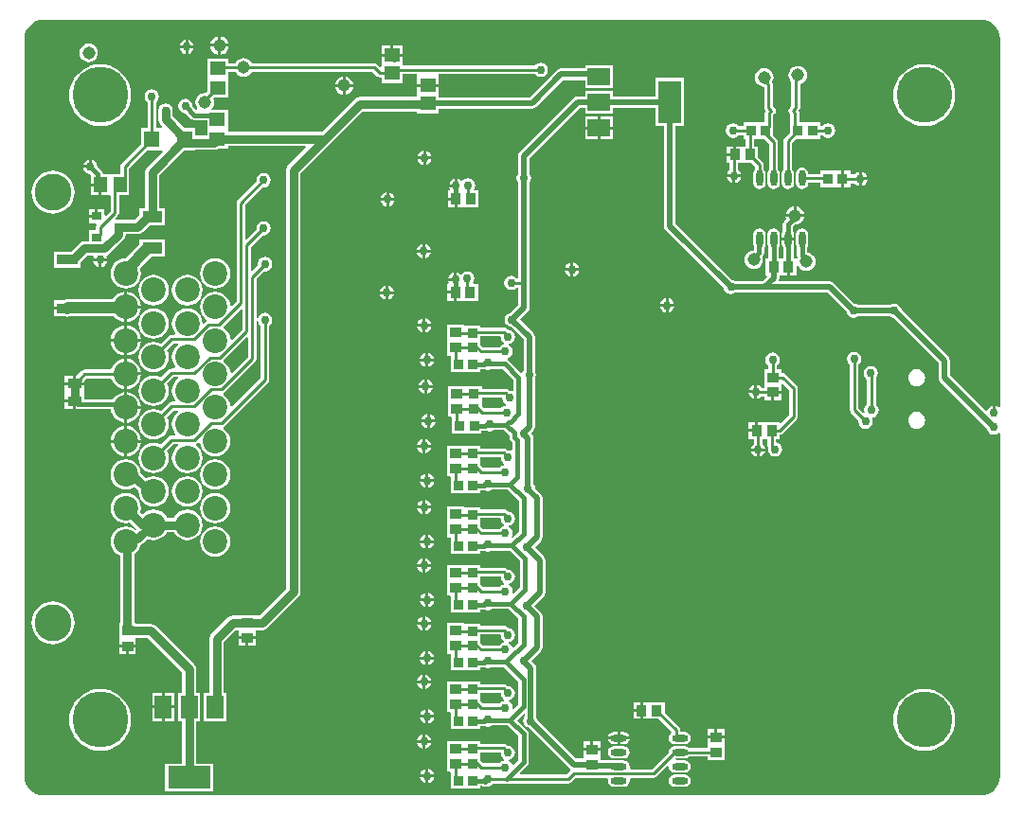
<source format=gbl>
%FSTAX23Y23*%
%MOIN*%
%SFA1B1*%

%IPPOS*%
%ADD12C,0.010000*%
%ADD15R,0.035430X0.039370*%
%ADD18R,0.039370X0.035430*%
%ADD19R,0.037400X0.033470*%
%ADD23R,0.033470X0.037400*%
%ADD42C,0.030000*%
%ADD43C,0.015000*%
%ADD44C,0.086610*%
%ADD45C,0.129920*%
%ADD46C,0.196850*%
%ADD47C,0.030000*%
%ADD48C,0.045000*%
%ADD49O,0.057090X0.023620*%
%ADD50R,0.078740X0.149610*%
%ADD51R,0.078740X0.059060*%
%ADD52R,0.149610X0.078740*%
%ADD53R,0.059060X0.078740*%
%ADD54R,0.035430X0.031500*%
%ADD55R,0.053150X0.045280*%
%ADD56R,0.053150X0.057090*%
%ADD57O,0.023620X0.057090*%
%ADD58R,0.055120X0.051180*%
%ADD59R,0.049210X0.037400*%
%ADD60R,0.074800X0.035430*%
%ADD61R,0.045280X0.053150*%
%ADD62R,0.070870X0.039370*%
%ADD63C,0.019680*%
%ADD64C,0.020000*%
%ADD65C,0.040000*%
%LNsg_can_board-1*%
%LPD*%
G36*
X03412Y02764D02*
X03425Y02761D01*
X03436Y02755*
X03446Y02746*
X03455Y02736*
X03461Y02725*
X03464Y02712*
X03466Y027*
X03466Y027*
Y01402*
X03461Y014*
X03454Y01404*
X0345Y01405*
Y0138*
X0344*
Y01405*
X03435Y01404*
X03426Y01398*
X03421Y0139*
X03421Y01388*
X03416Y01387*
X03289Y01513*
Y01565*
X03288Y01573*
X03283Y0158*
X03119Y01744*
X03118Y0175*
X03112Y01758*
X03104Y01764*
X03094Y01766*
X03084Y01764*
X03079Y01761*
X02966*
X02961Y01764*
X02955Y01765*
X02882Y01838*
X02876Y01842*
X02868Y01844*
X02691*
X02688Y01849*
X0269Y01855*
Y01865*
X02717*
Y01895*
X02727*
Y01865*
X0275*
Y01898*
X02755Y01899*
X02756Y01897*
X02761Y0189*
X02768Y01885*
X02776Y01882*
X02784Y0188*
X02793Y01882*
X02801Y01885*
X02807Y0189*
X02813Y01897*
X02816Y01905*
X02817Y01913*
X02816Y01922*
X02813Y0193*
X02807Y01936*
X02801Y01942*
X02793Y01945*
X02787Y01946*
Y01963*
X0279Y01967*
X02792Y01975*
Y02009*
X0279Y02017*
X02785Y02025*
X02778Y02029*
X0277Y02031*
X02761Y02029*
X02754Y02025*
X02749Y02017*
X02747Y02009*
Y01975*
X02749Y01967*
X02752Y01963*
Y01936*
X02753Y01929*
X0275Y01924*
X0275Y01924*
X02748*
X02739*
Y01965*
X0274Y01967*
X02742Y01975*
Y01987*
X02697*
Y01975*
X02699Y01967*
X02703Y01961*
Y01924*
X02687*
Y01963*
X0269Y01967*
X02692Y01975*
Y02009*
X0269Y02017*
X02685Y02025*
X02678Y02029*
X0267Y02031*
X02661Y02029*
X02654Y02025*
X02649Y02017*
X02647Y02009*
Y01975*
X02649Y01967*
X02652Y01963*
Y01924*
X02641*
Y01865*
X02644*
X02646Y0186*
X0263Y01844*
X02533*
X02528Y01847*
X02523Y01848*
X02324Y02047*
Y0239*
X02353*
Y0256*
X02254*
Y02495*
X02105*
Y02514*
X02006*
Y02495*
X0198*
X01972Y02493*
X01965Y02489*
X01776Y023*
X01772Y02294*
X01771Y02286*
Y02222*
X01767Y02217*
X01765Y02207*
X01767Y02197*
X01771Y02192*
Y01856*
X01766Y01855*
X01764Y01856*
X01756Y01862*
X01746Y01864*
X01737Y01862*
X01728Y01856*
X01723Y01848*
X01721Y01838*
X01723Y01829*
X01728Y0182*
X01737Y01815*
X01746Y01813*
X01756Y01815*
X01764Y0182*
X01766Y01822*
X01771Y01821*
Y0176*
X01745Y01734*
X01739Y01732*
X0173Y01727*
X01725Y01719*
X01723Y01709*
X01725Y01699*
X0173Y01691*
X01739Y01685*
X01745Y01684*
X01789Y0164*
Y01529*
X01785Y01524*
X01785Y01523*
X0178Y01522*
X01736Y01566*
X01734Y01568*
X01735Y01573*
X01735Y01573*
X01743Y01579*
X01749Y01587*
X01751Y01597*
X01749Y01606*
X01743Y01615*
X01737Y01619*
X01738Y01624*
X01744Y01625*
X01752Y01631*
X01758Y01639*
X0176Y01649*
X01758Y01659*
X01752Y01667*
X01744Y01672*
X01734Y01674*
X01733Y01674*
X01732Y01676*
X01727Y0168*
X01721Y01681*
X01638*
Y01688*
X0158*
X01579Y0169*
X0152*
Y01635*
Y01582*
X01528*
X01533Y0158*
Y01523*
X01637*
Y01534*
X0165*
X01654Y01534*
X01655Y01533*
X01665Y01531*
X01675Y01533*
X01679Y01536*
X01716*
X01754Y01498*
Y0146*
X0175Y01457*
X01749Y01457*
X01739Y01459*
X01738Y01459*
X01737Y01461*
X01732Y01465*
X01726Y01466*
X01643*
Y01473*
X01585*
X01584Y01475*
X01525*
Y0142*
Y01367*
X01533*
X01538Y01365*
Y01308*
X01642*
Y01319*
X01655*
X01659Y01319*
X0166Y01318*
X0167Y01316*
X0168Y01318*
X01684Y01321*
X01721*
X01739Y01302*
Y01295*
X01741Y01289*
X01744Y01283*
X01749Y01278*
Y0125*
X01745Y01247*
X01744Y01247*
X01734Y01249*
X01733Y01249*
X01732Y01251*
X01727Y01255*
X01721Y01256*
X01638*
Y01263*
X0158*
X01579Y01265*
X0152*
Y0121*
Y01157*
X01528*
X01533Y01155*
Y01098*
X01637*
Y01109*
X0165*
X01654Y01109*
X01655Y01108*
X01665Y01106*
X01675Y01108*
X01679Y01111*
X01734*
X01773Y01072*
Y00963*
X01751Y00942*
X01747Y00945*
X01749Y00947*
X01751Y00957*
X01749Y00966*
X01743Y00975*
X01737Y00979*
X01738Y00984*
X01744Y00985*
X01752Y00991*
X01758Y00999*
X0176Y01009*
X01758Y01019*
X01752Y01027*
X01744Y01032*
X01734Y01034*
X01733Y01034*
X01732Y01036*
X01727Y0104*
X01721Y01041*
X01638*
Y01048*
X0158*
X01579Y0105*
X0152*
Y00995*
Y00942*
X01528*
X01533Y0094*
Y00883*
X01637*
Y00894*
X0165*
X01654Y00894*
X01655Y00893*
X01665Y00891*
X01675Y00893*
X01679Y00896*
X01741*
X01777Y0086*
Y00766*
X01754Y00743*
X01749Y00746*
X01751Y00752*
X01749Y00761*
X01743Y0077*
X01737Y00774*
X01738Y00779*
X01744Y0078*
X01752Y00786*
X01758Y00794*
X0176Y00804*
X01758Y00814*
X01752Y00822*
X01744Y00827*
X01734Y00829*
X01733Y00829*
X01732Y00831*
X01727Y00835*
X01721Y00836*
X01638*
Y00843*
X0158*
X01579Y00845*
X0152*
Y0079*
Y00737*
X01528*
X01533Y00735*
Y00678*
X01637*
Y00689*
X0165*
X01654Y00689*
X01655Y00688*
X01665Y00686*
X01675Y00688*
X01679Y00691*
X01737*
X01772Y00656*
Y00572*
X01754Y00555*
X01749Y00556*
X01749Y00556*
X01743Y00565*
X01737Y00569*
X01738Y00574*
X01744Y00575*
X01752Y00581*
X01758Y00589*
X0176Y00599*
X01758Y00609*
X01752Y00617*
X01744Y00622*
X01734Y00624*
X01733Y00624*
X01732Y00626*
X01727Y0063*
X01721Y00631*
X01638*
Y00638*
X0158*
X01579Y0064*
X0152*
Y00585*
Y00532*
X01528*
X01533Y0053*
Y00473*
X01637*
Y00484*
X0165*
X01654Y00484*
X01655Y00483*
X01665Y00481*
X01675Y00483*
X01679Y00486*
X01721*
X01772Y00435*
Y00354*
X01755Y00337*
X0175Y0034*
X01751Y00342*
X01749Y00351*
X01743Y0036*
X01737Y00364*
X01738Y00369*
X01744Y0037*
X01752Y00376*
X01758Y00384*
X0176Y00394*
X01758Y00404*
X01752Y00412*
X01744Y00417*
X01734Y00419*
X01733Y00419*
X01732Y00421*
X01727Y00425*
X01721Y00426*
X01638*
Y00433*
X0158*
X01579Y00435*
X0152*
Y0038*
Y00327*
X01528*
X01533Y00325*
Y00268*
X01637*
Y00279*
X0165*
X01654Y00279*
X01655Y00278*
X01665Y00276*
X01675Y00278*
X01679Y00281*
X01734*
X01772Y00243*
Y00157*
X01754Y0014*
X01749Y00141*
X01749Y00141*
X01743Y0015*
X01737Y00154*
X01738Y00159*
X01744Y0016*
X01752Y00166*
X01758Y00174*
X0176Y00184*
X01758Y00194*
X01752Y00202*
X01744Y00207*
X01734Y00209*
X01733Y00209*
X01732Y00211*
X01727Y00215*
X01721Y00216*
X01638*
Y00223*
X0158*
X01579Y00225*
X0152*
Y0017*
Y00117*
X01528*
X01533Y00115*
Y00058*
X01637*
Y00069*
X01643*
X01648Y00065*
X01655Y00064*
X01662Y00065*
X01664Y00066*
X01665Y00066*
X01675Y00068*
X01683Y00074*
X01685Y00076*
X01722*
X01724Y00075*
X01731Y00074*
X01738Y00075*
X0174Y00076*
X01947*
X01953Y00077*
X01958Y00081*
X01973Y00095*
X02082*
X02087Y0009*
X02086Y00086*
X02087Y00077*
X02092Y0007*
X02099Y00065*
X02108Y00064*
X02141*
X0215Y00065*
X02157Y0007*
X02162Y00077*
X02164Y00086*
X02163Y0009*
X02167Y00095*
X02247*
X02253Y00097*
X02258Y001*
X02296Y00138*
X023Y00135*
X02302Y00127*
X02307Y0012*
X02314Y00115*
X02322Y00114*
X02356*
X02364Y00115*
X02372Y0012*
X02376Y00127*
X02378Y00136*
X02376Y00144*
X02372Y00152*
X02364Y00156*
X02356Y00158*
X02328*
X02325Y00163*
X02326Y00164*
X02356*
X02364Y00165*
X02372Y0017*
X02372Y00171*
X02436*
Y00158*
X02496*
Y00211*
Y00234*
X02466*
X02436*
Y00201*
X02372*
X02372Y00202*
X02364Y00206*
X02356Y00208*
X02322*
X02314Y00206*
X02307Y00202*
X02302Y00194*
X023Y00186*
X023Y00185*
X02241Y00126*
X02167*
X02163Y00131*
X02164Y00136*
X02162Y00144*
X02157Y00152*
X0215Y00156*
X02141Y00158*
X02108*
X02102Y00157*
X02059*
Y00191*
X0203*
X02*
Y00163*
X01975*
X01838Y003*
X01837Y00306*
X01835Y00308*
Y0048*
X01834Y00488*
X01829Y00494*
X01817Y00507*
X0185Y00541*
X01855Y00547*
X01856Y00555*
Y00663*
X01855Y00671*
X0185Y00677*
X01828Y007*
X01861Y00732*
X01865Y00739*
X01867Y00747*
Y00862*
X01865Y0087*
X01861Y00876*
X01829Y00908*
X0185Y00928*
X01855Y00935*
X01856Y00943*
Y01081*
X01855Y01089*
X0185Y01095*
X0183Y01115*
X01829Y01123*
X01825Y01128*
Y0129*
X01824Y01298*
X0182Y01305*
X01815Y01309*
X01823Y01317*
X01827Y01323*
X01829Y01331*
Y01499*
X01832Y01504*
X01834Y01514*
X01832Y01524*
X01829Y01529*
Y01649*
X01827Y01656*
X01823Y01663*
X01777Y01709*
X01805Y01737*
X01809Y01743*
X01811Y01751*
Y01837*
Y02192*
X01814Y02197*
X01816Y02207*
X01814Y02217*
X01811Y02222*
Y02277*
X01988Y02455*
X02006*
Y02435*
X02105*
Y02455*
X02254*
Y0239*
X02283*
Y02039*
X02285Y02031*
X02289Y02024*
X02494Y0182*
X02495Y01814*
X02501Y01805*
X02509Y018*
X02519Y01798*
X02528Y018*
X02533Y01803*
X02859*
X02926Y01736*
X02927Y01731*
X02933Y01722*
X02941Y01717*
X02951Y01715*
X02961Y01717*
X02966Y0172*
X03079*
X03084Y01717*
X0309Y01716*
X03249Y01557*
Y01505*
X0325Y01497*
X03255Y01491*
X0342Y01326*
X03421Y0132*
X03426Y01311*
X03435Y01306*
X03445Y01304*
X03454Y01306*
X03461Y0131*
X03466Y01308*
Y001*
X03466Y00099*
X03464Y00087*
X03461Y00074*
X03455Y00063*
X03446Y00053*
X03436Y00044*
X03425Y00038*
X03412Y00035*
X034Y00033*
X034Y00033*
X001*
X00099Y00033*
X00087Y00035*
X00074Y00038*
X00063Y00044*
X00053Y00053*
X00044Y00063*
X00038Y00074*
X00035Y00087*
X00033Y00099*
X00033Y001*
Y027*
X00033Y027*
X00035Y02712*
X00038Y02725*
X00044Y02736*
X00053Y02746*
X00063Y02755*
X00074Y02761*
X00087Y02764*
X00099Y02766*
X001Y02766*
X034*
X034Y02766*
X03412Y02764*
G37*
G36*
X01709Y01649D02*
X01711Y01639D01*
X01716Y01631*
X01722Y01627*
X01721Y01621*
X01715Y0162*
X01707Y01615*
X01705Y01612*
X01646*
X01638Y0162*
Y0165*
X01708*
X01709Y01649*
G37*
G36*
X01714Y01434D02*
X01716Y01424D01*
X01721Y01416*
X01727Y01412*
X01726Y01406*
X0172Y01405*
X01712Y014*
X0171Y01397*
X01651*
X01643Y01405*
Y01435*
X01713*
X01714Y01434*
G37*
G36*
X01709Y01224D02*
X01711Y01214D01*
X01716Y01206*
X01722Y01202*
X01721Y01196*
X01715Y01195*
X01707Y0119*
X01705Y01187*
X01646*
X01638Y01195*
Y01225*
X01708*
X01709Y01224*
G37*
G36*
Y01009D02*
X01711Y00999D01*
X01716Y00991*
X01722Y00987*
X01721Y00981*
X01715Y0098*
X01707Y00975*
X01705Y00972*
X01646*
X01638Y0098*
Y0101*
X01708*
X01709Y01009*
G37*
G36*
Y00804D02*
X01711Y00794D01*
X01716Y00786*
X01722Y00782*
X01721Y00776*
X01715Y00775*
X01707Y0077*
X01705Y00767*
X01646*
X01638Y00775*
Y00805*
X01708*
X01709Y00804*
G37*
G36*
Y00599D02*
X01711Y00589D01*
X01716Y00581*
X01722Y00577*
X01721Y00571*
X01715Y0057*
X01707Y00565*
X01705Y00562*
X01646*
X01638Y0057*
Y006*
X01708*
X01709Y00599*
G37*
G36*
Y00394D02*
X01711Y00384D01*
X01716Y00376*
X01722Y00372*
X01721Y00366*
X01715Y00365*
X01707Y0036*
X01705Y00357*
X01646*
X01638Y00365*
Y00395*
X01708*
X01709Y00394*
G37*
G36*
Y00184D02*
X01711Y00174D01*
X01716Y00166*
X01722Y00162*
X01721Y00156*
X01715Y00155*
X01707Y0015*
X01705Y00147*
X01646*
X01638Y00155*
Y00185*
X01708*
X01709Y00184*
G37*
G36*
X01795Y0032D02*
Y00314D01*
X0179Y00306*
X01788Y00296*
X0179Y00287*
X01795Y00278*
X01803Y00273*
X01809Y00272*
X01953Y00128*
X01955Y00126*
X01955Y00121*
X01941Y00107*
X01778*
X01776Y00112*
X01802Y00137*
X01806Y00143*
X01807Y0015*
Y00251*
X01806Y00258*
X01802Y00263*
X01767Y00299*
X0179Y00322*
X01795Y0032*
G37*
%LNsg_can_board-2*%
%LPC*%
G36*
X00725Y02707D02*
Y0268D01*
X00752*
X00751Y02683*
X00748Y02691*
X00743Y02698*
X00736Y02703*
X00728Y02706*
X00725Y02707*
G37*
G36*
X00715D02*
X00711Y02706D01*
X00703Y02703*
X00696Y02698*
X00691Y02691*
X00688Y02683*
X00687Y0268*
X00715*
Y02707*
G37*
G36*
X00609Y02695D02*
Y02675D01*
X00628*
X00627Y0268*
X00622Y02688*
X00614Y02694*
X00609Y02695*
G37*
G36*
X00599D02*
X00594Y02694D01*
X00586Y02688*
X0058Y0268*
X00579Y02675*
X00599*
Y02695*
G37*
G36*
X00628Y02665D02*
X00609D01*
Y02646*
X00614Y02646*
X00622Y02652*
X00627Y0266*
X00628Y02665*
G37*
G36*
X00599D02*
X00579D01*
X0058Y0266*
X00586Y02652*
X00594Y02646*
X00599Y02646*
Y02665*
G37*
G36*
X01364Y02675D02*
X01331D01*
Y02645*
X01364*
Y02675*
G37*
G36*
X01321D02*
X01289D01*
Y02645*
X01321*
Y02675*
G37*
G36*
X00752Y0267D02*
X00725D01*
Y02642*
X00728Y02643*
X00736Y02646*
X00743Y02651*
X00748Y02658*
X00751Y02666*
X00752Y0267*
G37*
G36*
X00715D02*
X00687D01*
X00688Y02666*
X00691Y02658*
X00696Y02651*
X00703Y02646*
X00711Y02643*
X00715Y02642*
Y0267*
G37*
G36*
X0026Y02681D02*
X00251Y0268D01*
X00243Y02677*
X00236Y02672*
X00231Y02665*
X00228Y02657*
X00227Y02649*
X00228Y0264*
X00231Y02632*
X00236Y02626*
X00243Y0262*
X00251Y02617*
X0026Y02616*
X00268Y02617*
X00276Y0262*
X00283Y02626*
X00288Y02632*
X00291Y0264*
X00292Y02649*
X00291Y02657*
X00288Y02665*
X00283Y02672*
X00276Y02677*
X00268Y0268*
X0026Y02681*
G37*
G36*
X01364Y02635D02*
X01326D01*
X01289*
Y026*
X01284Y02598*
X01274Y02608*
X01269Y02611*
X01264Y02612*
X00833*
X00833Y02613*
X00828Y0262*
X00821Y02625*
X00813Y02629*
X00805Y0263*
X00796Y02629*
X00788Y02625*
X00781Y0262*
X00776Y02613*
X00776Y02612*
X00751*
Y02627*
X00678*
Y02563*
Y02561*
Y02558*
Y02556*
Y02514*
X00671Y02507*
X00667Y02507*
X00659Y02506*
X00651Y02503*
X00644Y02498*
X00639Y02491*
X00636Y02483*
X00635Y02475*
X00636Y02466*
X00639Y02458*
X00642Y02455*
X0064Y02449*
X00638Y02449*
X00625Y02461*
X00625Y02461*
X00623Y02471*
X00618Y02479*
X0061Y02485*
X006Y02487*
X0059Y02485*
X00582Y02479*
X00576Y02471*
X00574Y02461*
X00576Y02452*
X00582Y02443*
X0059Y02438*
X006Y02436*
X006Y02436*
X0062Y02416*
X00625Y02413*
X00632Y02411*
X00676*
Y02383*
Y02381*
Y02378*
Y02376*
Y02358*
X00634*
Y02383*
X00597*
X00555Y02425*
Y02445*
X00553Y02454*
X00548Y02463*
X00539Y02468*
X0053Y0247*
X0052Y02468*
X00511Y02463*
X00506Y02454*
X00504Y02445*
Y02415*
X00506Y02405*
X00511Y02397*
X00518Y0239*
Y02388*
X00513Y02383*
X00497*
Y02475*
X005Y02476*
X00505Y02485*
X00507Y02495*
X00505Y02504*
X005Y02513*
X00492Y02518*
X00482Y0252*
X00472Y02518*
X00464Y02513*
X00458Y02504*
X00456Y02495*
X00458Y02485*
X00464Y02476*
X00467Y02475*
Y02383*
X00445*
Y02328*
X00376Y02259*
X00372Y02254*
X00371Y02248*
Y0222*
X00338*
X00336*
X00333*
X00331*
X00314*
X00309Y02221*
X00308Y02228*
X00304Y02234*
X0029Y02247*
X0029Y02248*
X00288Y02257*
X00283Y02266*
X00274Y02271*
X0027Y02272*
Y02248*
X00265*
Y02243*
X0024*
X00241Y02238*
X00246Y02229*
X00255Y02224*
X00265Y02222*
X00267Y02218*
Y02188*
X003*
Y02183*
X00305*
Y02147*
X00331*
X00333*
X00336Y02143*
Y02092*
X00319Y02075*
X00315Y02077*
Y02099*
X00292*
Y02073*
X00287*
Y02068*
X00259*
Y02047*
X00285*
X00287Y02042*
X00286Y0204*
X00285Y02034*
Y02024*
X00259*
Y01985*
X00244*
X00234Y01983*
X00226Y01978*
X00196Y01948*
X00137*
Y01892*
X00232*
Y01912*
X00254Y01934*
X00273*
X00276Y0193*
X00276Y01929*
X00275Y01925*
X00324*
X00323Y01929*
X00322Y01931*
X00323Y01935*
X00324Y01936*
X00332Y01941*
X00381Y0199*
X00387Y01999*
X00389Y02008*
Y0201*
X00394*
Y0201*
X00432*
X00442Y02012*
X0045Y02018*
X00473Y02041*
X00528*
Y021*
X00508*
Y02217*
X00597Y02306*
X00634*
Y02307*
X007*
X0071Y02309*
X00715Y02312*
X00749*
Y0232*
X01022*
X01024Y02315*
X00961Y02253*
X00956Y02244*
X00954Y02235*
Y00761*
X0086Y00667*
X00846*
Y00669*
X00787*
Y00667*
X00766*
X00756Y00665*
X00748Y0066*
X00691Y00604*
X00686Y00595*
X00684Y00586*
Y00394*
X00664*
Y00296*
X00743*
Y00394*
X00735*
Y00575*
X00776Y00616*
X00787*
Y00593*
X00846*
Y00616*
X0087*
X0088Y00618*
X00888Y00624*
X00998Y00733*
X01003Y00741*
X01005Y00751*
Y02224*
X01108Y02327*
X01223Y02442*
X01415*
Y02435*
X0149*
Y02451*
X0182*
X01828Y02453*
X01835Y02457*
X0193Y02552*
X02006*
Y02526*
X02105*
Y02605*
X02006*
Y02593*
X01921*
X01914Y02592*
X01907Y02587*
X01812Y02492*
X0149*
Y02528*
X01453*
X01415*
Y02493*
X01213*
X01203Y02491*
X01195Y02486*
X01079Y02371*
X00753*
X00749Y02374*
Y02381*
Y02383*
Y02447*
X00699*
X00697Y02447*
X00692*
X00691Y02452*
X00696Y02458*
X00699Y02466*
X007Y02475*
X00699Y02483*
X00697Y02489*
X007Y02492*
X00751*
Y02556*
Y02558*
Y02561*
Y02563*
Y02582*
X00776*
X00776Y02581*
X00781Y02574*
X00788Y02569*
X00796Y02565*
X00805Y02564*
X00813Y02565*
X00821Y02569*
X00828Y02574*
X00833Y02581*
X00833Y02582*
X01257*
X01273Y02566*
X01278Y02563*
X01284Y02561*
X01289*
Y02541*
X01364*
Y02573*
X01413*
X01415Y02569*
Y02568*
Y02546*
X01414Y02544*
X01415Y02541*
Y02538*
X01453*
X0149*
Y02568*
Y02569*
X01492Y02573*
X0183*
X01831Y0257*
X0184Y02565*
X01849Y02563*
X01859Y02565*
X01867Y0257*
X01873Y02579*
X01875Y02588*
X01873Y02598*
X01867Y02607*
X01859Y02612*
X01849Y02614*
X0184Y02612*
X01831Y02607*
X0183Y02604*
X01364*
Y02604*
Y02635*
G37*
G36*
X01163Y02565D02*
Y02538D01*
X0119*
X0119Y02541*
X01186Y02549*
X01181Y02556*
X01174Y02561*
X01166Y02565*
X01163Y02565*
G37*
G36*
X01153D02*
X0115Y02565D01*
X01142Y02561*
X01135Y02556*
X0113Y02549*
X01126Y02541*
X01126Y02538*
X01153*
Y02565*
G37*
G36*
X0119Y02528D02*
X01163D01*
Y02501*
X01166Y02501*
X01174Y02505*
X01181Y0251*
X01186Y02517*
X0119Y02524*
X0119Y02528*
G37*
G36*
X01153D02*
X01126D01*
X01126Y02524*
X0113Y02517*
X01135Y0251*
X01142Y02505*
X0115Y02501*
X01153Y02501*
Y02528*
G37*
G36*
X032Y02608D02*
X03182Y02607D01*
X03166Y02603*
X0315Y02596*
X03136Y02587*
X03123Y02576*
X03112Y02563*
X03103Y02549*
X03096Y02533*
X03092Y02517*
X03091Y025*
X03092Y02482*
X03096Y02466*
X03103Y0245*
X03112Y02436*
X03123Y02423*
X03136Y02412*
X0315Y02403*
X03166Y02396*
X03182Y02392*
X032Y02391*
X03217Y02392*
X03233Y02396*
X03249Y02403*
X03263Y02412*
X03276Y02423*
X03287Y02436*
X03296Y0245*
X03303Y02466*
X03307Y02482*
X03308Y025*
X03307Y02517*
X03303Y02533*
X03296Y02549*
X03287Y02563*
X03276Y02576*
X03263Y02587*
X03249Y02596*
X03233Y02603*
X03217Y02607*
X032Y02608*
G37*
G36*
X003D02*
X00282Y02607D01*
X00266Y02603*
X0025Y02596*
X00236Y02587*
X00223Y02576*
X00212Y02563*
X00203Y02549*
X00196Y02533*
X00192Y02517*
X00191Y025*
X00192Y02482*
X00196Y02466*
X00203Y0245*
X00212Y02436*
X00223Y02423*
X00236Y02412*
X0025Y02403*
X00266Y02396*
X00282Y02392*
X003Y02391*
X00317Y02392*
X00333Y02396*
X00349Y02403*
X00363Y02412*
X00376Y02423*
X00387Y02436*
X00396Y0245*
X00403Y02466*
X00407Y02482*
X00408Y025*
X00407Y02517*
X00403Y02533*
X00396Y02549*
X00387Y02563*
X00376Y02576*
X00363Y02587*
X00349Y02596*
X00333Y02603*
X00317Y02607*
X003Y02608*
G37*
G36*
X02637Y02594D02*
X02628Y02593D01*
X0262Y0259*
X02613Y02585*
X02608Y02578*
X02605Y0257*
X02604Y02561*
X02605Y02553*
X02608Y02545*
X02613Y02538*
X0262Y02533*
X02628Y0253*
X02636Y02529*
Y02456*
X02637Y0245*
X02641Y02445*
X02641Y02445*
X02639Y02442*
X02638Y02436*
Y02404*
X02563*
Y0239*
X02546*
X02544Y02393*
X02536Y02398*
X02526Y024*
X02516Y02398*
X02508Y02393*
X02503Y02384*
X02501Y02375*
X02503Y02365*
X02508Y02357*
X02516Y02351*
X02526Y02349*
X02536Y02351*
X02544Y02357*
X02546Y02359*
X02563*
Y02346*
X02571*
Y02319*
X02538*
Y0229*
X02533*
Y02285*
X02505*
Y0226*
X02514*
Y02235*
X02511Y02233*
X02506Y02225*
X02505Y0222*
X02554*
X02553Y02225*
X02548Y02233*
X02545Y02235*
Y0226*
X02592*
X02604Y02248*
Y0224*
X02604Y02239*
X02599Y02232*
X02597Y02224*
Y0219*
X02599Y02182*
X02604Y02174*
X02611Y0217*
X0262Y02168*
X02628Y0217*
X02635Y02174*
X0264Y02182*
X02642Y0219*
Y02224*
X0264Y02232*
X02635Y02239*
X02635Y0224*
Y02254*
X02634Y0226*
X0263Y02265*
X02614Y02282*
Y02319*
X02601*
Y02346*
X02637*
X02654Y02329*
Y0224*
X02654Y02239*
X02649Y02232*
X02647Y02224*
Y0219*
X02649Y02182*
X02654Y02174*
X02661Y0217*
X0267Y02168*
X02678Y0217*
X02685Y02174*
X0269Y02182*
X02692Y0219*
Y02224*
X0269Y02232*
X02685Y02239*
X02685Y0224*
Y02336*
X02684Y02341*
X0268Y02346*
X02668Y02359*
Y02385*
X02668Y02387*
Y0243*
X02673Y02434*
X02676Y02439*
X02677Y02445*
X02676Y02451*
X02673Y02456*
X02667Y02462*
Y02537*
X02665Y02543*
X02664Y02544*
X02665Y02545*
X02668Y02553*
X02669Y02561*
X02668Y0257*
X02665Y02578*
X0266Y02585*
X02653Y0259*
X02645Y02593*
X02637Y02594*
G37*
G36*
X02105Y02424D02*
X0206D01*
Y02389*
X02105*
Y02424*
G37*
G36*
X0205D02*
X02006D01*
Y02389*
X0205*
Y02424*
G37*
G36*
X02755Y02602D02*
X02746Y02601D01*
X02738Y02598*
X02731Y02593*
X02726Y02586*
X02723Y02578*
X02722Y0257*
X02723Y02561*
X02726Y02553*
X02731Y02546*
X02732Y02546*
Y02462*
X02726Y02456*
X02723Y02451*
X02722Y02445*
X02723Y02439*
X02726Y02434*
X02728Y02432*
Y02385*
X02728Y02383*
Y02368*
X02709Y02349*
X02705Y02344*
X02704Y02338*
Y0224*
X02704Y02239*
X02699Y02232*
X02697Y02224*
Y0219*
X02699Y02182*
X02704Y02174*
X02711Y0217*
X0272Y02168*
X02728Y0217*
X02735Y02174*
X0274Y02182*
X02742Y0219*
Y02224*
X0274Y02232*
X02735Y02239*
X02735Y0224*
Y02331*
X0275Y02346*
X02833*
Y02359*
X02841*
X02843Y02357*
X02851Y02351*
X02861Y02349*
X02871Y02351*
X02879Y02357*
X02885Y02365*
X02887Y02375*
X02885Y02384*
X02879Y02393*
X02871Y02398*
X02861Y024*
X02851Y02398*
X02843Y02393*
X02841Y0239*
X02833*
Y02404*
X02759*
Y02439*
X02757Y02444*
X02758Y02445*
X02762Y0245*
X02763Y02456*
Y02538*
X02763Y02538*
X02771Y02541*
X02778Y02546*
X02783Y02553*
X02786Y02561*
X02787Y0257*
X02786Y02578*
X02783Y02586*
X02778Y02593*
X02771Y02598*
X02763Y02601*
X02755Y02602*
G37*
G36*
X02105Y02379D02*
X0206D01*
Y02345*
X02105*
Y02379*
G37*
G36*
X0205D02*
X02006D01*
Y02345*
X0205*
Y02379*
G37*
G36*
X02528Y02319D02*
X02505D01*
Y02295*
X02528*
Y02319*
G37*
G36*
X01446Y02303D02*
Y02284D01*
X01465*
X01464Y02289*
X01459Y02297*
X01451Y02302*
X01446Y02303*
G37*
G36*
X01436D02*
X01431Y02302D01*
X01423Y02297*
X01417Y02289*
X01416Y02284*
X01436*
Y02303*
G37*
G36*
X01465Y02274D02*
X01446D01*
Y02254*
X01451Y02255*
X01459Y02261*
X01464Y02269*
X01465Y02274*
G37*
G36*
X01436D02*
X01416D01*
X01417Y02269*
X01423Y02261*
X01431Y02255*
X01436Y02254*
Y02274*
G37*
G36*
X0026Y02272D02*
X00255Y02271D01*
X00246Y02266*
X00241Y02257*
X0024Y02253*
X0026*
Y02272*
G37*
G36*
X0298Y02229D02*
Y0221D01*
X02999*
X02998Y02214*
X02993Y02223*
X02984Y02228*
X0298Y02229*
G37*
G36*
X01593Y02207D02*
X01583Y02205D01*
X01575Y022*
X01574Y02198*
X0157*
X01562Y02203*
X01557Y02204*
Y0218*
X01552*
Y02175*
X01528*
X01529Y0217*
X0153Y02169*
X01527Y02164*
X01524*
Y02139*
X01551*
Y02134*
X01556*
Y02105*
X01632*
Y02164*
X01617*
X01614Y02169*
X01617Y02172*
X01619Y02182*
X01617Y02191*
X01611Y022*
X01603Y02205*
X01593Y02207*
G37*
G36*
X02554Y0221D02*
X02535D01*
Y02191*
X02539Y02192*
X02548Y02197*
X02553Y02205*
X02554Y0221*
G37*
G36*
X02525D02*
X02505D01*
X02506Y02205*
X02511Y02197*
X0252Y02192*
X02525Y02191*
Y0221*
G37*
G36*
X01547Y02204D02*
X01543Y02203D01*
X01534Y02198*
X01529Y02189*
X01528Y02185*
X01547*
Y02204*
G37*
G36*
X02999Y022D02*
X0298D01*
Y0218*
X02984Y02181*
X02993Y02186*
X02998Y02195*
X02999Y022*
G37*
G36*
X02939Y02233D02*
X02917D01*
Y02205*
Y02176*
X02939*
Y02189*
X02955*
X02956Y02186*
X02965Y02181*
X0297Y0218*
Y02205*
Y02229*
X02965Y02228*
X02956Y02223*
X02955Y0222*
X02939*
Y02233*
G37*
G36*
X0277Y02246D02*
X02761Y02244D01*
X02754Y02239*
X02749Y02232*
X02747Y02224*
Y0219*
X02749Y02182*
X02754Y02174*
X02761Y0217*
X0277Y02168*
X02778Y0217*
X02785Y02174*
X0279Y02182*
X02792Y0219*
Y02191*
X02834*
Y02176*
X02907*
Y02205*
Y02233*
X02834*
Y02222*
X02792*
Y02224*
X0279Y02232*
X02785Y02239*
X02778Y02244*
X0277Y02246*
G37*
G36*
X00875Y02225D02*
X00865Y02223D01*
X00856Y02218*
X00851Y02209*
X00849Y022*
X0085Y02196*
X00783Y0213*
X0078Y02125*
X00779Y02119*
Y01773*
X00763Y01757*
X00758Y01759*
X00756Y01768*
X00751Y01781*
X00742Y01792*
X00731Y018*
X00718Y01806*
X00704Y01808*
X00691Y01806*
X00678Y018*
X00666Y01792*
X00658Y01781*
X00653Y01768*
X00651Y01754*
X00653Y0174*
X00658Y01727*
X00666Y01716*
X00675Y01709*
X00675Y01708*
X00675Y01703*
X00671Y01701*
X00664Y01694*
X0066Y01696*
X00658Y01709*
X00653Y01722*
X00644Y01733*
X00633Y01741*
X0062Y01747*
X00606Y01749*
X00592Y01747*
X00579Y01741*
X00568Y01733*
X00559Y01722*
X00554Y01709*
X00552Y01695*
X00554Y01681*
X00559Y01668*
X00565Y01661*
X00562Y01656*
X00552*
X00546Y01655*
X00541Y01651*
X00513Y01624*
X00502Y01629*
X00488Y0163*
X00474Y01629*
X00461Y01623*
X0045Y01615*
X00441Y01604*
X00436Y01591*
X00434Y01577*
X00436Y01563*
X00441Y0155*
X0045Y01539*
X00461Y0153*
X00474Y01525*
X00488Y01523*
X00502Y01525*
X00515Y0153*
X00526Y01539*
X00534Y0155*
X0054Y01563*
X00542Y01577*
X0054Y01591*
X00535Y01602*
X00558Y01625*
X00573*
X00575Y0162*
X00568Y01615*
X00559Y01604*
X00554Y01591*
X00552Y01577*
X00554Y01563*
X00559Y0155*
X00565Y01543*
X00562Y01538*
X00552*
X00546Y01536*
X00541Y01533*
X00513Y01506*
X00502Y0151*
X00488Y01512*
X00474Y0151*
X00461Y01505*
X0045Y01497*
X00441Y01485*
X00436Y01472*
X00434Y01459*
X00436Y01445*
X00441Y01432*
X0045Y01421*
X00461Y01412*
X00474Y01407*
X00488Y01405*
X00502Y01407*
X00515Y01412*
X00526Y01421*
X00534Y01432*
X0054Y01445*
X00542Y01459*
X0054Y01472*
X00535Y01484*
X00558Y01507*
X00573*
X00575Y01502*
X00568Y01497*
X00559Y01485*
X00554Y01472*
X00552Y01459*
X00554Y01445*
X00559Y01432*
X00565Y01425*
X00562Y0142*
X00552*
X00546Y01418*
X00541Y01415*
X00513Y01388*
X00502Y01392*
X00488Y01394*
X00474Y01392*
X00461Y01387*
X0045Y01378*
X00441Y01367*
X00436Y01354*
X00434Y0134*
X00436Y01327*
X00441Y01314*
X0045Y01302*
X00461Y01294*
X00474Y01289*
X00488Y01287*
X00502Y01289*
X00515Y01294*
X00526Y01302*
X00534Y01314*
X0054Y01327*
X00542Y0134*
X0054Y01354*
X00535Y01366*
X00558Y01389*
X00573*
X00575Y01384*
X00568Y01378*
X00559Y01367*
X00554Y01354*
X00552Y0134*
X00554Y01327*
X00559Y01314*
X00565Y01306*
X00562Y01301*
X00552*
X00546Y013*
X00541Y01297*
X00513Y01269*
X00502Y01274*
X00488Y01276*
X00474Y01274*
X00461Y01269*
X0045Y0126*
X00441Y01249*
X00436Y01236*
X00434Y01222*
X00436Y01208*
X00441Y01195*
X0045Y01184*
X00461Y01176*
X00474Y0117*
X00488Y01169*
X00502Y0117*
X00515Y01176*
X00526Y01184*
X00534Y01195*
X0054Y01208*
X00542Y01222*
X0054Y01236*
X00535Y01248*
X00558Y01271*
X00573*
X00575Y01266*
X00568Y0126*
X00559Y01249*
X00554Y01236*
X00552Y01222*
X00554Y01208*
X00559Y01195*
X00568Y01184*
X00579Y01176*
X00592Y0117*
X00606Y01169*
X0062Y0117*
X00633Y01176*
X00644Y01184*
X00653Y01195*
X00658Y01208*
X0066Y01222*
X00658Y01236*
X00653Y01249*
X00644Y0126*
X00636Y01266*
X00637Y01272*
X00638Y01272*
X00643Y01275*
X00646Y01278*
X00651Y01276*
X00653Y01267*
X00658Y01255*
X00666Y01243*
X00678Y01235*
X00691Y01229*
X00704Y01228*
X00718Y01229*
X00731Y01235*
X00742Y01243*
X00751Y01255*
X00756Y01267*
X00758Y01281*
X00756Y01295*
X00751Y01308*
X00742Y01319*
X00734Y01326*
X00733Y01327*
X00734Y01332*
X00738Y01334*
X0089Y01487*
X00894Y01492*
X00895Y01498*
Y01687*
X00898Y01689*
X00903Y01697*
X00905Y01707*
X00903Y01717*
X00898Y01725*
X00889Y01731*
X0088Y01733*
X0087Y01731*
X00861Y01725*
X00856Y01717*
X00855Y0171*
X00854Y01709*
X0085Y01709*
X00849Y0171*
Y01853*
X00876Y0188*
X0088Y01879*
X00889Y01881*
X00898Y01886*
X00903Y01895*
X00905Y01905*
X00903Y01914*
X00898Y01923*
X00889Y01928*
X0088Y0193*
X0087Y01928*
X00861Y01923*
X00856Y01914*
X00854Y01905*
X00855Y01901*
X00834Y01881*
X00829Y01883*
Y01964*
X00871Y02006*
X00875Y02005*
X00884Y02007*
X00893Y02013*
X00898Y02021*
X009Y02031*
X00898Y0204*
X00893Y02049*
X00884Y02054*
X00875Y02056*
X00865Y02054*
X00856Y02049*
X00851Y0204*
X00849Y02031*
X0085Y02027*
X00814Y01992*
X00809Y01994*
Y02113*
X00871Y02175*
X00875Y02174*
X00884Y02176*
X00893Y02181*
X00898Y0219*
X009Y022*
X00898Y02209*
X00893Y02218*
X00884Y02223*
X00875Y02225*
G37*
G36*
X00295Y02178D02*
X00267D01*
Y02147*
X00295*
Y02178*
G37*
G36*
X01316Y02157D02*
Y02138D01*
X01335*
X01334Y02142*
X01329Y02151*
X0132Y02156*
X01316Y02157*
G37*
G36*
X01306D02*
X01301Y02156D01*
X01293Y02151*
X01287Y02142*
X01286Y02138*
X01306*
Y02157*
G37*
G36*
X01335Y02128D02*
X01316D01*
Y02108*
X0132Y02109*
X01329Y02115*
X01334Y02123*
X01335Y02128*
G37*
G36*
X01306D02*
X01286D01*
X01287Y02123*
X01293Y02115*
X01301Y02109*
X01306Y02108*
Y02128*
G37*
G36*
X01546Y02129D02*
X01524D01*
Y02105*
X01546*
Y02129*
G37*
G36*
X00134Y02233D02*
X00119Y02231D01*
X00105Y02227*
X00092Y0222*
X0008Y02211*
X00071Y02199*
X00064Y02186*
X0006Y02172*
X00058Y02157*
X0006Y02143*
X00064Y02129*
X00071Y02116*
X0008Y02104*
X00092Y02095*
X00105Y02088*
X00119Y02084*
X00134Y02082*
X00148Y02084*
X00162Y02088*
X00175Y02095*
X00187Y02104*
X00196Y02116*
X00203Y02129*
X00207Y02143*
X00209Y02157*
X00207Y02172*
X00203Y02186*
X00196Y02199*
X00187Y02211*
X00175Y0222*
X00162Y02227*
X00148Y02231*
X00134Y02233*
G37*
G36*
X02749Y02108D02*
Y02081D01*
X02776*
X02776Y02084*
X02773Y02092*
X02767Y02099*
X02761Y02104*
X02753Y02107*
X02749Y02108*
G37*
G36*
X02739D02*
X02736Y02107D01*
X02728Y02104*
X02721Y02099*
X02716Y02092*
X02713Y02084*
X02712Y02081*
X02739*
Y02108*
G37*
G36*
X00282Y02099D02*
X00259D01*
Y02078*
X00282*
Y02099*
G37*
G36*
X02776Y02071D02*
X02712D01*
X02713Y02067*
X02714Y02063*
X02707Y02056*
X02703Y0205*
X02702Y02043*
Y02022*
X02699Y02017*
X02697Y02009*
Y01997*
X02742*
Y02009*
X0274Y02017*
X02738Y02021*
Y02036*
X02745Y02043*
X02753Y02044*
X02761Y02047*
X02767Y02053*
X02773Y02059*
X02776Y02067*
X02776Y02071*
G37*
G36*
X01443Y01975D02*
Y01955D01*
X01463*
X01462Y0196*
X01456Y01968*
X01448Y01974*
X01443Y01975*
G37*
G36*
X01433D02*
X01429Y01974D01*
X0142Y01968*
X01415Y0196*
X01414Y01955*
X01433*
Y01975*
G37*
G36*
X01463Y01945D02*
X01443D01*
Y01926*
X01448Y01927*
X01456Y01932*
X01462Y01941*
X01463Y01945*
G37*
G36*
X01433D02*
X01414D01*
X01415Y01941*
X0142Y01932*
X01429Y01927*
X01433Y01926*
Y01945*
G37*
G36*
X00483Y01991D02*
X00468D01*
X00463Y0199*
X00437*
Y01973*
X0039Y01926*
X0039Y01926*
X00376Y01924*
X00363Y01919*
X00351Y0191*
X00343Y01899*
X00338Y01886*
X00336Y01872*
X00338Y01858*
X00343Y01845*
X00351Y01834*
X00363Y01825*
X00376Y0182*
X0039Y01818*
X00403Y0182*
X00416Y01825*
X00428Y01834*
X00436Y01845*
X00441Y01858*
X00443Y01872*
X00441Y01886*
X0044Y0189*
X0048Y0193*
X00483*
X00487Y01931*
X00528*
Y0199*
X00487*
X00483Y01991*
G37*
G36*
X00324Y01915D02*
X00305D01*
Y01895*
X00309Y01896*
X00318Y01901*
X00323Y0191*
X00324Y01915*
G37*
G36*
X00295D02*
X00275D01*
X00276Y0191*
X00281Y01901*
X0029Y01896*
X00295Y01895*
Y01915*
G37*
G36*
X01965Y0191D02*
Y01891D01*
X01984*
X01983Y01895*
X01978Y01904*
X01969Y01909*
X01965Y0191*
G37*
G36*
X01955D02*
X0195Y01909D01*
X01941Y01904*
X01936Y01895*
X01935Y01891*
X01955*
Y0191*
G37*
G36*
X0262Y02031D02*
X02611Y02029D01*
X02604Y02025*
X02599Y02017*
X02597Y02009*
Y01975*
X02599Y01967*
X026Y01965*
Y01953*
X02599Y01952*
X02591Y01951*
X02583Y01948*
X02576Y01943*
X02571Y01936*
X02568Y01928*
X02567Y0192*
X02568Y01911*
X02571Y01903*
X02576Y01896*
X02583Y01891*
X02591Y01888*
X026Y01887*
X02608Y01888*
X02616Y01891*
X02623Y01896*
X02628Y01903*
X02631Y01911*
X02632Y0192*
X02631Y01928*
X02629Y01932*
X0263Y01933*
X02634Y01939*
X02636Y01946*
Y0196*
X0264Y01967*
X02642Y01975*
Y02009*
X0264Y02017*
X02635Y02025*
X02628Y02029*
X0262Y02031*
G37*
G36*
X01591Y01879D02*
X01581Y01877D01*
X01573Y01871*
X01571Y01869*
X01568*
X0156Y01875*
X01555Y01876*
Y01851*
X0155*
Y01846*
X01525*
X01526Y01841*
X01527Y0184*
X01525Y01836*
X01521*
Y01811*
X01549*
Y01806*
X01554*
Y01776*
X0163*
Y01836*
X01614*
X01612Y0184*
X01614Y01843*
X01616Y01853*
X01614Y01863*
X01609Y01871*
X016Y01877*
X01591Y01879*
G37*
G36*
X01984Y01881D02*
X01965D01*
Y01861*
X01969Y01862*
X01978Y01868*
X01983Y01876*
X01984Y01881*
G37*
G36*
X01955D02*
X01935D01*
X01936Y01876*
X01941Y01868*
X0195Y01862*
X01955Y01861*
Y01881*
G37*
G36*
X01545Y01876D02*
X0154Y01875D01*
X01532Y01869*
X01526Y01861*
X01525Y01856*
X01545*
Y01876*
G37*
G36*
X00704Y01926D02*
X00691Y01924D01*
X00678Y01919*
X00666Y0191*
X00658Y01899*
X00653Y01886*
X00651Y01872*
X00653Y01858*
X00658Y01845*
X00666Y01834*
X00678Y01825*
X00691Y0182*
X00704Y01818*
X00718Y0182*
X00731Y01825*
X00742Y01834*
X00751Y01845*
X00756Y01858*
X00758Y01872*
X00756Y01886*
X00751Y01899*
X00742Y0191*
X00731Y01919*
X00718Y01924*
X00704Y01926*
G37*
G36*
X01313Y01828D02*
Y01809D01*
X01333*
X01332Y01814*
X01326Y01822*
X01318Y01828*
X01313Y01828*
G37*
G36*
X01303D02*
X01298Y01828D01*
X0129Y01822*
X01285Y01814*
X01284Y01809*
X01303*
Y01828*
G37*
G36*
X01333Y01799D02*
X01313D01*
Y0178*
X01318Y0178*
X01326Y01786*
X01332Y01794*
X01333Y01799*
G37*
G36*
X01303D02*
X01284D01*
X01285Y01794*
X0129Y01786*
X01298Y0178*
X01303Y0178*
Y01799*
G37*
G36*
X01544Y01801D02*
X01521D01*
Y01776*
X01544*
Y01801*
G37*
G36*
X023Y01784D02*
Y01764D01*
X02319*
X02318Y01769*
X02313Y01777*
X02304Y01783*
X023Y01784*
G37*
G36*
X0229D02*
X02285Y01783D01*
X02276Y01777*
X02271Y01769*
X0227Y01764*
X0229*
Y01784*
G37*
G36*
X00606Y01867D02*
X00592Y01865D01*
X00579Y01859*
X00568Y01851*
X00559Y0184*
X00554Y01827*
X00552Y01813*
X00554Y01799*
X00559Y01786*
X00568Y01775*
X00579Y01766*
X00592Y01761*
X00606Y01759*
X0062Y01761*
X00633Y01766*
X00644Y01775*
X00653Y01786*
X00658Y01799*
X0066Y01813*
X00658Y01827*
X00653Y0184*
X00644Y01851*
X00633Y01859*
X0062Y01865*
X00606Y01867*
G37*
G36*
X00488D02*
X00474Y01865D01*
X00461Y01859*
X0045Y01851*
X00441Y0184*
X00436Y01827*
X00434Y01813*
X00436Y01799*
X00441Y01786*
X0045Y01775*
X00461Y01766*
X00474Y01761*
X00488Y01759*
X00502Y01761*
X00515Y01766*
X00526Y01775*
X00534Y01786*
X0054Y01799*
X00542Y01813*
X0054Y01827*
X00534Y0184*
X00526Y01851*
X00515Y01859*
X00502Y01865*
X00488Y01867*
G37*
G36*
X00395Y01807D02*
Y01759D01*
X00443*
X00441Y01768*
X00436Y01781*
X00428Y01792*
X00416Y018*
X00403Y01806*
X00395Y01807*
G37*
G36*
X02319Y01754D02*
X023D01*
Y01735*
X02304Y01736*
X02313Y01741*
X02318Y0175*
X02319Y01754*
G37*
G36*
X0229D02*
X0227D01*
X02271Y0175*
X02276Y01741*
X02285Y01736*
X0229Y01735*
Y01754*
G37*
G36*
X00385Y01807D02*
X00376Y01806D01*
X00363Y018*
X00351Y01792*
X00343Y01781*
X00187*
X00179Y0178*
X00172Y01777*
X00171Y01777*
X00137*
Y01754*
X00185*
Y01744*
X00137*
Y01721*
X00173*
X00177Y0172*
X00185Y01719*
X00192Y0172*
X00195Y01721*
X00348*
X00351Y01716*
X00363Y01707*
X00376Y01702*
X00385Y01701*
Y01754*
Y01807*
G37*
G36*
X00443Y01749D02*
X00395D01*
Y01701*
X00403Y01702*
X00416Y01707*
X00428Y01716*
X00436Y01727*
X00441Y0174*
X00443Y01749*
G37*
G36*
X01445Y01713D02*
Y01694D01*
X01464*
X01463Y01699*
X01458Y01707*
X01449Y01712*
X01445Y01713*
G37*
G36*
X01435D02*
X0143Y01712D01*
X01421Y01707*
X01416Y01699*
X01415Y01694*
X01435*
Y01713*
G37*
G36*
X01464Y01684D02*
X01445D01*
Y01664*
X01449Y01665*
X01458Y01671*
X01463Y01679*
X01464Y01684*
G37*
G36*
X01435D02*
X01415D01*
X01416Y01679*
X01421Y01671*
X0143Y01665*
X01435Y01664*
Y01684*
G37*
G36*
X00488Y01749D02*
X00474Y01747D01*
X00461Y01741*
X0045Y01733*
X00441Y01722*
X00436Y01709*
X00434Y01695*
X00436Y01681*
X00441Y01668*
X0045Y01657*
X00461Y01648*
X00474Y01643*
X00488Y01641*
X00502Y01643*
X00515Y01648*
X00526Y01657*
X00534Y01668*
X0054Y01681*
X00542Y01695*
X0054Y01709*
X00534Y01722*
X00526Y01733*
X00515Y01741*
X00502Y01747*
X00488Y01749*
G37*
G36*
X00395Y01689D02*
Y01641D01*
X00443*
X00441Y0165*
X00436Y01663*
X00428Y01674*
X00416Y01682*
X00403Y01688*
X00395Y01689*
G37*
G36*
X00385D02*
X00376Y01688D01*
X00363Y01682*
X00351Y01674*
X00343Y01663*
X00338Y0165*
X00336Y01641*
X00385*
Y01689*
G37*
G36*
X00443Y01631D02*
X00395D01*
Y01583*
X00403Y01584*
X00416Y01589*
X00428Y01598*
X00436Y01609*
X00441Y01622*
X00443Y01631*
G37*
G36*
X00385D02*
X00336D01*
X00338Y01622*
X00343Y01609*
X00351Y01598*
X00363Y01589*
X00376Y01584*
X00385Y01583*
Y01631*
G37*
G36*
X01455Y01592D02*
Y01572D01*
X01474*
X01473Y01577*
X01468Y01585*
X01459Y01591*
X01455Y01592*
G37*
G36*
X01445D02*
X0144Y01591D01*
X01431Y01585*
X01426Y01577*
X01425Y01572*
X01445*
Y01592*
G37*
G36*
X01474Y01562D02*
X01455D01*
Y01543*
X01459Y01544*
X01468Y01549*
X01473Y01557*
X01474Y01562*
G37*
G36*
X01445D02*
X01425D01*
X01426Y01557*
X01431Y01549*
X0144Y01544*
X01445Y01543*
Y01562*
G37*
G36*
X00395Y01571D02*
Y01523D01*
X00443*
X00441Y01532*
X00436Y01544*
X00428Y01556*
X00416Y01564*
X00403Y0157*
X00395Y01571*
G37*
G36*
X00205Y01511D02*
X00175D01*
Y01488*
X00205*
Y01511*
G37*
G36*
X0145Y01498D02*
Y01479D01*
X01469*
X01468Y01484*
X01463Y01492*
X01454Y01497*
X0145Y01498*
G37*
G36*
X0144D02*
X01435Y01497D01*
X01426Y01492*
X01421Y01484*
X0142Y01479*
X0144*
Y01498*
G37*
G36*
X03173Y01534D02*
X03165Y01533D01*
X03158Y0153*
X03152Y01526*
X03147Y01519*
X03144Y01512*
X03143Y01505*
X03144Y01497*
X03147Y0149*
X03152Y01483*
X03158Y01479*
X03165Y01476*
X03173Y01475*
X0318Y01476*
X03188Y01479*
X03194Y01483*
X03199Y0149*
X03202Y01497*
X03203Y01505*
X03202Y01512*
X03199Y01519*
X03194Y01526*
X03188Y0153*
X0318Y01533*
X03173Y01534*
G37*
G36*
X00385Y01571D02*
X00376Y0157D01*
X00363Y01564*
X00351Y01556*
X00343Y01544*
X00338Y01533*
X00244*
X00239Y01532*
X00234Y01528*
X00218Y01513*
X00217Y01511*
X00215*
Y01488*
X00244*
Y01495*
X00244Y01496*
X00251Y01502*
X00338*
X00343Y01491*
X00351Y0148*
X00363Y01471*
X00376Y01466*
X00385Y01465*
Y01518*
X0039*
X00385*
Y01571*
G37*
G36*
X00443Y01513D02*
X00395D01*
Y01465*
X00403Y01466*
X00416Y01471*
X00428Y0148*
X00436Y01491*
X00441Y01504*
X00443Y01513*
G37*
G36*
X02602Y01479D02*
X02597Y01478D01*
X02589Y01473*
X02583Y01465*
X02582Y0146*
X02602*
Y01479*
G37*
G36*
X01469Y01469D02*
X0145D01*
Y01449*
X01454Y0145*
X01463Y01456*
X01468Y01464*
X01469Y01469*
G37*
G36*
X0144D02*
X0142D01*
X01421Y01464*
X01426Y01456*
X01435Y0145*
X0144Y01449*
Y01469*
G37*
G36*
X02602Y0145D02*
X02582D01*
X02583Y01445*
X02589Y01437*
X02597Y01431*
X02602Y0143*
Y0145*
G37*
G36*
X02696Y01448D02*
X02671D01*
Y01425*
X02696*
Y01448*
G37*
G36*
X00395Y01453D02*
Y01405D01*
X00443*
X00441Y01413*
X00436Y01426*
X00428Y01438*
X00416Y01446*
X00403Y01451*
X00395Y01453*
G37*
G36*
X00205Y01417D02*
X00175D01*
Y01393*
X00205*
Y01417*
G37*
G36*
X0146Y01377D02*
Y01357D01*
X01479*
X01478Y01362*
X01473Y0137*
X01464Y01376*
X0146Y01377*
G37*
G36*
X0145D02*
X01445Y01376D01*
X01436Y0137*
X01431Y01362*
X0143Y01357*
X0145*
Y01377*
G37*
G36*
X00443Y01395D02*
X00395D01*
Y01346*
X00403Y01348*
X00416Y01353*
X00428Y01361*
X00436Y01373*
X00441Y01386*
X00443Y01395*
G37*
G36*
X00244Y01478D02*
X00175D01*
Y01454*
Y0145*
Y01427*
X0021*
Y01422*
X00215*
Y01393*
X00219*
X00221Y01393*
X00337*
X00338Y01386*
X00343Y01373*
X00351Y01361*
X00363Y01353*
X00376Y01348*
X00385Y01346*
Y014*
Y01453*
X00376Y01451*
X00363Y01446*
X00351Y01438*
X00345Y01428*
X00244*
Y0145*
Y01454*
Y01478*
G37*
G36*
X02666Y01594D02*
X02656Y01592D01*
X02648Y01586*
X02642Y01578*
X02641Y01568*
X02642Y01559*
X02648Y0155*
X02651Y01548*
Y01534*
X02636*
Y01468*
X02628*
X02625Y01473*
X02617Y01478*
X02612Y01479*
Y01455*
Y0143*
X02617Y01431*
X02625Y01437*
X02626Y01438*
X02636*
Y01425*
X02661*
Y01453*
X02666*
Y01458*
X02696*
Y01483*
X027Y01485*
X02725Y0146*
Y01375*
X02695Y01345*
X02691Y01347*
Y01348*
X02615*
Y01318*
X0261*
Y01313*
X02582*
Y01288*
X02599*
Y01271*
X02597Y01269*
X02591Y01261*
X0259Y01256*
X02639*
X02638Y01261*
X02633Y01269*
X0263Y01271*
Y01288*
X02648*
Y01264*
X02649Y01258*
X0265Y01257*
X02649Y01252*
X02651Y01243*
X02656Y01234*
X02665Y01229*
X02675Y01227*
X02684Y01229*
X02693Y01234*
X02698Y01243*
X027Y01252*
X02698Y01262*
X02693Y0127*
X02684Y01276*
X02678Y01277*
Y01288*
X02691*
Y01303*
X02696Y01304*
X027Y01307*
X02751Y01358*
X02754Y01363*
X02755Y01368*
Y01467*
X02754Y01473*
X02751Y01478*
X02712Y01517*
X02707Y0152*
X02701Y01521*
X02696*
Y01534*
X02681*
Y01548*
X02684Y0155*
X0269Y01559*
X02692Y01568*
X0269Y01578*
X02684Y01586*
X02676Y01592*
X02666Y01594*
G37*
G36*
X01479Y01347D02*
X0146D01*
Y01328*
X01464Y01329*
X01473Y01334*
X01478Y01342*
X01479Y01347*
G37*
G36*
X0145D02*
X0143D01*
X01431Y01342*
X01436Y01334*
X01445Y01329*
X0145Y01328*
Y01347*
G37*
G36*
X03173Y01384D02*
X03165Y01383D01*
X03158Y0138*
X03152Y01376*
X03147Y01369*
X03144Y01362*
X03143Y01355*
X03144Y01347*
X03147Y0134*
X03152Y01333*
X03158Y01329*
X03165Y01326*
X03173Y01325*
X0318Y01326*
X03188Y01329*
X03194Y01333*
X03199Y0134*
X03202Y01347*
X03203Y01355*
X03202Y01362*
X03199Y01369*
X03194Y01376*
X03188Y0138*
X0318Y01383*
X03173Y01384*
G37*
G36*
X02953Y01595D02*
X02943Y01594D01*
X02935Y01588*
X02929Y0158*
X02927Y0157*
X02929Y0156*
X02935Y01552*
X02937Y0155*
Y0139*
X02939Y01384*
X02942Y01379*
X02968Y01353*
X02967Y0135*
X02969Y0134*
X02975Y01332*
X02983Y01326*
X02993Y01324*
X03002Y01326*
X03011Y01332*
X03016Y0134*
X03018Y0135*
X03016Y0136*
X03016Y0136*
X03018Y01366*
X03023Y01366*
X03031Y01372*
X03037Y0138*
X03039Y0139*
X03037Y014*
X03031Y01408*
X03029Y0141*
Y01501*
X03029Y01502*
X03035Y0151*
X03037Y0152*
X03035Y0153*
X03029Y01538*
X03021Y01544*
X03011Y01545*
X03002Y01544*
X02993Y01538*
X02988Y0153*
X02986Y0152*
X02988Y0151*
X02993Y01502*
X02998Y01499*
Y0141*
X02995Y01408*
X0299Y014*
X02988Y0139*
X02989Y01382*
X02985Y0138*
X02968Y01396*
Y0155*
X02971Y01552*
X02976Y0156*
X02978Y0157*
X02976Y0158*
X02971Y01588*
X02962Y01594*
X02953Y01595*
G37*
G36*
X02605Y01348D02*
X02582D01*
Y01323*
X02605*
Y01348*
G37*
G36*
X00395Y01335D02*
Y01286D01*
X00443*
X00441Y01295*
X00436Y01308*
X00428Y01319*
X00416Y01328*
X00403Y01333*
X00395Y01335*
G37*
G36*
X00385D02*
X00376Y01333D01*
X00363Y01328*
X00351Y01319*
X00343Y01308*
X00338Y01295*
X00336Y01286*
X00385*
Y01335*
G37*
G36*
X01445Y01288D02*
Y01269D01*
X01464*
X01463Y01274*
X01458Y01282*
X01449Y01287*
X01445Y01288*
G37*
G36*
X01435D02*
X0143Y01287D01*
X01421Y01282*
X01416Y01274*
X01415Y01269*
X01435*
Y01288*
G37*
G36*
X01464Y01259D02*
X01445D01*
Y01239*
X01449Y0124*
X01458Y01246*
X01463Y01254*
X01464Y01259*
G37*
G36*
X01435D02*
X01415D01*
X01416Y01254*
X01421Y01246*
X0143Y0124*
X01435Y01239*
Y01259*
G37*
G36*
X00443Y01276D02*
X00395D01*
Y01228*
X00403Y01229*
X00416Y01235*
X00428Y01243*
X00436Y01255*
X00441Y01267*
X00443Y01276*
G37*
G36*
X00385D02*
X00336D01*
X00338Y01267*
X00343Y01255*
X00351Y01243*
X00363Y01235*
X00376Y01229*
X00385Y01228*
Y01276*
G37*
G36*
X02639Y01246D02*
X0262D01*
Y01227*
X02624Y01228*
X02633Y01233*
X02638Y01242*
X02639Y01246*
G37*
G36*
X0261D02*
X0259D01*
X02591Y01242*
X02597Y01233*
X02605Y01228*
X0261Y01227*
Y01246*
G37*
G36*
X01455Y01167D02*
Y01147D01*
X01474*
X01473Y01152*
X01468Y0116*
X01459Y01166*
X01455Y01167*
G37*
G36*
X01445D02*
X0144Y01166D01*
X01431Y0116*
X01426Y01152*
X01425Y01147*
X01445*
Y01167*
G37*
G36*
X01474Y01137D02*
X01455D01*
Y01118*
X01459Y01119*
X01468Y01124*
X01473Y01132*
X01474Y01137*
G37*
G36*
X01445D02*
X01425D01*
X01426Y01132*
X01431Y01124*
X0144Y01119*
X01445Y01118*
Y01137*
G37*
G36*
X00704Y01217D02*
X00691Y01215D01*
X00678Y0121*
X00666Y01201*
X00658Y0119*
X00653Y01177*
X00651Y01163*
X00653Y01149*
X00658Y01136*
X00666Y01125*
X00678Y01117*
X00691Y01111*
X00704Y0111*
X00718Y01111*
X00731Y01117*
X00742Y01125*
X00751Y01136*
X00756Y01149*
X00758Y01163*
X00756Y01177*
X00751Y0119*
X00742Y01201*
X00731Y0121*
X00718Y01215*
X00704Y01217*
G37*
G36*
X01445Y01073D02*
Y01054D01*
X01464*
X01463Y01059*
X01458Y01067*
X01449Y01072*
X01445Y01073*
G37*
G36*
X01435D02*
X0143Y01072D01*
X01421Y01067*
X01416Y01059*
X01415Y01054*
X01435*
Y01073*
G37*
G36*
X00606Y01158D02*
X00592Y01156D01*
X00579Y01151*
X00568Y01142*
X00559Y01131*
X00554Y01118*
X00552Y01104*
X00554Y0109*
X00559Y01077*
X00568Y01066*
X00579Y01058*
X00592Y01052*
X00606Y0105*
X0062Y01052*
X00633Y01058*
X00644Y01066*
X00653Y01077*
X00658Y0109*
X0066Y01104*
X00658Y01118*
X00653Y01131*
X00644Y01142*
X00633Y01151*
X0062Y01156*
X00606Y01158*
G37*
G36*
X0039Y01217D02*
X00376Y01215D01*
X00363Y0121*
X00351Y01201*
X00343Y0119*
X00338Y01177*
X00336Y01163*
X00338Y01149*
X00343Y01136*
X00351Y01125*
X00363Y01117*
X00376Y01111*
X0039Y0111*
X00403Y01111*
X00416Y01117*
X00421Y0112*
X00434Y01106*
X00434Y01104*
X00436Y0109*
X00441Y01077*
X0045Y01066*
X00461Y01058*
X00474Y01052*
X00488Y0105*
X00502Y01052*
X00515Y01058*
X00526Y01066*
X00534Y01077*
X0054Y0109*
X00542Y01104*
X0054Y01118*
X00534Y01131*
X00526Y01142*
X00515Y01151*
X00502Y01156*
X00488Y01158*
X00474Y01156*
X00462Y01151*
X00442Y0117*
X00442Y01171*
X00441Y01177*
X00436Y0119*
X00428Y01201*
X00416Y0121*
X00403Y01215*
X0039Y01217*
G37*
G36*
X01464Y01044D02*
X01445D01*
Y01024*
X01449Y01025*
X01458Y01031*
X01463Y01039*
X01464Y01044*
G37*
G36*
X01435D02*
X01415D01*
X01416Y01039*
X01421Y01031*
X0143Y01025*
X01435Y01024*
Y01044*
G37*
G36*
X00704Y01099D02*
X00691Y01097D01*
X00678Y01092*
X00666Y01083*
X00658Y01072*
X00653Y01059*
X00651Y01045*
X00653Y01031*
X00658Y01018*
X00666Y01007*
X00678Y00999*
X00691Y00993*
X00704Y00991*
X00718Y00993*
X00731Y00999*
X00742Y01007*
X00751Y01018*
X00756Y01031*
X00758Y01045*
X00756Y01059*
X00751Y01072*
X00742Y01083*
X00731Y01092*
X00718Y01097*
X00704Y01099*
G37*
G36*
X0039D02*
X00376Y01097D01*
X00363Y01092*
X00351Y01083*
X00343Y01072*
X00338Y01059*
X00336Y01045*
X00338Y01031*
X00343Y01018*
X00351Y01007*
X00363Y00999*
X00376Y00993*
X0039Y00991*
X00403Y00993*
X00405Y00994*
X00426Y00972*
X00423Y00969*
X00416Y00974*
X00403Y00979*
X0039Y00981*
X00376Y00979*
X00363Y00974*
X00351Y00965*
X00343Y00954*
X00338Y00941*
X00336Y00927*
X00338Y00913*
X00343Y009*
X00351Y00889*
X00363Y0088*
X0037Y00878*
Y0064*
X00366*
Y00585*
Y00564*
X00425*
Y00587*
X00467*
X00587Y00467*
Y00394*
X00573*
Y00296*
X00587*
Y00146*
X00528*
Y00048*
X00698*
Y00146*
X00638*
Y00296*
X00652*
Y00394*
X00638*
Y00477*
X00636Y00487*
X00631Y00495*
X00496Y00631*
X00487Y00636*
X00478Y00638*
X00425*
Y0064*
X00421*
Y00884*
X00428Y00889*
X00436Y009*
X00441Y00913*
X00442Y00914*
X00442Y00914*
X0045Y0092*
X00467Y00937*
X00474Y00934*
X00488Y00932*
X00502Y00934*
X00515Y0094*
X00526Y00948*
X00534Y00959*
X00535Y00961*
X00559*
X00559Y00959*
X00568Y00948*
X00579Y0094*
X00592Y00934*
X00606Y00932*
X0062Y00934*
X00633Y0094*
X00644Y00948*
X00653Y00959*
X00658Y00972*
X0066Y00986*
X00658Y01*
X00653Y01013*
X00644Y01024*
X00633Y01033*
X0062Y01038*
X00606Y0104*
X00592Y01038*
X00579Y01033*
X00568Y01024*
X00559Y01013*
X00559Y01012*
X00535*
X00534Y01013*
X00526Y01024*
X00515Y01033*
X00502Y01038*
X00488Y0104*
X00474Y01038*
X00461Y01033*
X0045Y01024*
X00447Y01024*
X00441Y0103*
X00441Y01031*
X00443Y01045*
X00441Y01059*
X00436Y01072*
X00428Y01083*
X00416Y01092*
X00403Y01097*
X0039Y01099*
G37*
G36*
X01455Y00952D02*
Y00932D01*
X01474*
X01473Y00937*
X01468Y00945*
X01459Y00951*
X01455Y00952*
G37*
G36*
X01445D02*
X0144Y00951D01*
X01431Y00945*
X01426Y00937*
X01425Y00932*
X01445*
Y00952*
G37*
G36*
X01474Y00922D02*
X01455D01*
Y00903*
X01459Y00904*
X01468Y00909*
X01473Y00917*
X01474Y00922*
G37*
G36*
X01445D02*
X01425D01*
X01426Y00917*
X01431Y00909*
X0144Y00904*
X01445Y00903*
Y00922*
G37*
G36*
X00704Y00981D02*
X00691Y00979D01*
X00678Y00974*
X00666Y00965*
X00658Y00954*
X00653Y00941*
X00651Y00927*
X00653Y00913*
X00658Y009*
X00666Y00889*
X00678Y0088*
X00691Y00875*
X00704Y00873*
X00718Y00875*
X00731Y0088*
X00742Y00889*
X00751Y009*
X00756Y00913*
X00758Y00927*
X00756Y00941*
X00751Y00954*
X00742Y00965*
X00731Y00974*
X00718Y00979*
X00704Y00981*
G37*
G36*
X01445Y00868D02*
Y00849D01*
X01464*
X01463Y00854*
X01458Y00862*
X01449Y00867*
X01445Y00868*
G37*
G36*
X01435D02*
X0143Y00867D01*
X01421Y00862*
X01416Y00854*
X01415Y00849*
X01435*
Y00868*
G37*
G36*
X01464Y00839D02*
X01445D01*
Y00819*
X01449Y0082*
X01458Y00826*
X01463Y00834*
X01464Y00839*
G37*
G36*
X01435D02*
X01415D01*
X01416Y00834*
X01421Y00826*
X0143Y0082*
X01435Y00819*
Y00839*
G37*
G36*
X01455Y00747D02*
Y00727D01*
X01474*
X01473Y00732*
X01468Y0074*
X01459Y00746*
X01455Y00747*
G37*
G36*
X01445D02*
X0144Y00746D01*
X01431Y0074*
X01426Y00732*
X01425Y00727*
X01445*
Y00747*
G37*
G36*
X01474Y00717D02*
X01455D01*
Y00698*
X01459Y00699*
X01468Y00704*
X01473Y00712*
X01474Y00717*
G37*
G36*
X01445D02*
X01425D01*
X01426Y00712*
X01431Y00704*
X0144Y00699*
X01445Y00698*
Y00717*
G37*
G36*
Y00663D02*
Y00644D01*
X01464*
X01463Y00649*
X01458Y00657*
X01449Y00662*
X01445Y00663*
G37*
G36*
X01435D02*
X0143Y00662D01*
X01421Y00657*
X01416Y00649*
X01415Y00644*
X01435*
Y00663*
G37*
G36*
X01464Y00634D02*
X01445D01*
Y00614*
X01449Y00615*
X01458Y00621*
X01463Y00629*
X01464Y00634*
G37*
G36*
X01435D02*
X01415D01*
X01416Y00629*
X01421Y00621*
X0143Y00615*
X01435Y00614*
Y00634*
G37*
G36*
X00134Y00717D02*
X00119Y00716D01*
X00105Y00711*
X00092Y00704*
X0008Y00695*
X00071Y00683*
X00064Y0067*
X0006Y00656*
X00058Y00642*
X0006Y00627*
X00064Y00613*
X00071Y006*
X0008Y00588*
X00092Y00579*
X00105Y00572*
X00119Y00568*
X00134Y00566*
X00148Y00568*
X00162Y00572*
X00175Y00579*
X00187Y00588*
X00196Y006*
X00203Y00613*
X00207Y00627*
X00209Y00642*
X00207Y00656*
X00203Y0067*
X00196Y00683*
X00187Y00695*
X00175Y00704*
X00162Y00711*
X00148Y00716*
X00134Y00717*
G37*
G36*
X00846Y00583D02*
X00821D01*
Y0056*
X00846*
Y00583*
G37*
G36*
X00811D02*
X00787D01*
Y0056*
X00811*
Y00583*
G37*
G36*
X00425Y00554D02*
X00401D01*
Y00532*
X00425*
Y00554*
G37*
G36*
X00391D02*
X00366D01*
Y00532*
X00391*
Y00554*
G37*
G36*
X01455Y00542D02*
Y00522D01*
X01474*
X01473Y00527*
X01468Y00535*
X01459Y00541*
X01455Y00542*
G37*
G36*
X01445D02*
X0144Y00541D01*
X01431Y00535*
X01426Y00527*
X01425Y00522*
X01445*
Y00542*
G37*
G36*
X01474Y00512D02*
X01455D01*
Y00493*
X01459Y00494*
X01468Y00499*
X01473Y00507*
X01474Y00512*
G37*
G36*
X01445D02*
X01425D01*
X01426Y00507*
X01431Y00499*
X0144Y00494*
X01445Y00493*
Y00512*
G37*
G36*
Y00458D02*
Y00439D01*
X01464*
X01463Y00444*
X01458Y00452*
X01449Y00457*
X01445Y00458*
G37*
G36*
X01435D02*
X0143Y00457D01*
X01421Y00452*
X01416Y00444*
X01415Y00439*
X01435*
Y00458*
G37*
G36*
X01464Y00429D02*
X01445D01*
Y00409*
X01449Y0041*
X01458Y00416*
X01463Y00424*
X01464Y00429*
G37*
G36*
X01435D02*
X01415D01*
X01416Y00424*
X01421Y00416*
X0143Y0041*
X01435Y00409*
Y00429*
G37*
G36*
X00562Y00394D02*
X00527D01*
Y0035*
X00562*
Y00394*
G37*
G36*
X00517D02*
X00483D01*
Y0035*
X00517*
Y00394*
G37*
G36*
X022Y00362D02*
X02178D01*
Y00337*
X022*
Y00362*
G37*
G36*
X01455Y00337D02*
Y00317D01*
X01474*
X01473Y00322*
X01468Y0033*
X01459Y00336*
X01455Y00337*
G37*
G36*
X01445D02*
X0144Y00336D01*
X01431Y0033*
X01426Y00322*
X01425Y00317*
X01445*
Y00337*
G37*
G36*
X022Y00327D02*
X02178D01*
Y00303*
X022*
Y00327*
G37*
G36*
X00562Y0034D02*
X00527D01*
Y00296*
X00562*
Y0034*
G37*
G36*
X00517D02*
X00483D01*
Y00296*
X00517*
Y0034*
G37*
G36*
X01474Y00307D02*
X01455D01*
Y00288*
X01459Y00289*
X01468Y00294*
X01473Y00302*
X01474Y00307*
G37*
G36*
X01445D02*
X01425D01*
X01426Y00302*
X01431Y00294*
X0144Y00289*
X01445Y00288*
Y00307*
G37*
G36*
X02496Y00267D02*
X02471D01*
Y00244*
X02496*
Y00267*
G37*
G36*
X02461D02*
X02436D01*
Y00244*
X02461*
Y00267*
G37*
G36*
X02141Y00258D02*
X0213D01*
Y00241*
X02163*
X02162Y00244*
X02157Y00252*
X0215Y00256*
X02141Y00258*
G37*
G36*
X0212D02*
X02108D01*
X02099Y00256*
X02092Y00252*
X02087Y00244*
X02087Y00241*
X0212*
Y00258*
G37*
G36*
X01445Y00248D02*
Y00229D01*
X01464*
X01463Y00234*
X01458Y00242*
X01449Y00247*
X01445Y00248*
G37*
G36*
X01435D02*
X0143Y00247D01*
X01421Y00242*
X01416Y00234*
X01415Y00229*
X01435*
Y00248*
G37*
G36*
X02286Y00362D02*
X0221D01*
Y00332*
Y00303*
X02265*
X02309Y00259*
X02308Y00253*
X02307Y00252*
X02302Y00244*
X023Y00236*
X02302Y00227*
X02307Y0022*
X02314Y00215*
X02322Y00214*
X02356*
X02364Y00215*
X02372Y0022*
X02376Y00227*
X02378Y00236*
X02376Y00244*
X02372Y00252*
X02364Y00256*
X02356Y00258*
X02342*
Y00263*
X0234Y00269*
X02337Y00274*
X02286Y00324*
Y00362*
G37*
G36*
X02163Y00231D02*
X0213D01*
Y00214*
X02141*
X0215Y00215*
X02157Y0022*
X02162Y00227*
X02163Y00231*
G37*
G36*
X0212D02*
X02087D01*
X02087Y00227*
X02092Y0022*
X02099Y00215*
X02108Y00214*
X0212*
Y00231*
G37*
G36*
X02059Y00223D02*
X02035D01*
Y00201*
X02059*
Y00223*
G37*
G36*
X02025D02*
X02D01*
Y00201*
X02025*
Y00223*
G37*
G36*
X01464Y00219D02*
X01445D01*
Y00199*
X01449Y002*
X01458Y00206*
X01463Y00214*
X01464Y00219*
G37*
G36*
X01435D02*
X01415D01*
X01416Y00214*
X01421Y00206*
X0143Y002*
X01435Y00199*
Y00219*
G37*
G36*
X032Y00408D02*
X03182Y00407D01*
X03166Y00403*
X0315Y00396*
X03136Y00387*
X03123Y00376*
X03112Y00363*
X03103Y00349*
X03096Y00333*
X03092Y00317*
X03091Y003*
X03092Y00282*
X03096Y00266*
X03103Y0025*
X03112Y00236*
X03123Y00223*
X03136Y00212*
X0315Y00203*
X03166Y00196*
X03182Y00192*
X032Y00191*
X03217Y00192*
X03233Y00196*
X03249Y00203*
X03263Y00212*
X03276Y00223*
X03287Y00236*
X03296Y0025*
X03303Y00266*
X03307Y00282*
X03308Y003*
X03307Y00317*
X03303Y00333*
X03296Y00349*
X03287Y00363*
X03276Y00376*
X03263Y00387*
X03249Y00396*
X03233Y00403*
X03217Y00407*
X032Y00408*
G37*
G36*
X003D02*
X00282Y00407D01*
X00266Y00403*
X0025Y00396*
X00236Y00387*
X00223Y00376*
X00212Y00363*
X00203Y00349*
X00196Y00333*
X00192Y00317*
X00191Y003*
X00192Y00282*
X00196Y00266*
X00203Y0025*
X00212Y00236*
X00223Y00223*
X00236Y00212*
X0025Y00203*
X00266Y00196*
X00282Y00192*
X003Y00191*
X00317Y00192*
X00333Y00196*
X00349Y00203*
X00363Y00212*
X00376Y00223*
X00387Y00236*
X00396Y0025*
X00403Y00266*
X00407Y00282*
X00408Y003*
X00407Y00317*
X00403Y00333*
X00396Y00349*
X00387Y00363*
X00376Y00376*
X00363Y00387*
X00349Y00396*
X00333Y00403*
X00317Y00407*
X003Y00408*
G37*
G36*
X02141Y00208D02*
X02108D01*
X02099Y00206*
X02092Y00202*
X02087Y00194*
X02086Y00186*
X02087Y00177*
X02092Y0017*
X02099Y00165*
X02108Y00164*
X02141*
X0215Y00165*
X02157Y0017*
X02162Y00177*
X02164Y00186*
X02162Y00194*
X02157Y00202*
X0215Y00206*
X02141Y00208*
G37*
G36*
X01455Y00127D02*
Y00107D01*
X01474*
X01473Y00112*
X01468Y0012*
X01459Y00126*
X01455Y00127*
G37*
G36*
X01445D02*
X0144Y00126D01*
X01431Y0012*
X01426Y00112*
X01425Y00107*
X01445*
Y00127*
G37*
G36*
X01474Y00097D02*
X01455D01*
Y00078*
X01459Y00079*
X01468Y00084*
X01473Y00092*
X01474Y00097*
G37*
G36*
X01445D02*
X01425D01*
X01426Y00092*
X01431Y00084*
X0144Y00079*
X01445Y00078*
Y00097*
G37*
G36*
X02356Y00108D02*
X02322D01*
X02314Y00106*
X02307Y00102*
X02302Y00094*
X023Y00086*
X02302Y00077*
X02307Y0007*
X02314Y00065*
X02322Y00064*
X02356*
X02364Y00065*
X02372Y0007*
X02376Y00077*
X02378Y00086*
X02376Y00094*
X02372Y00102*
X02364Y00106*
X02356Y00108*
G37*
%LNsg_can_board-3*%
%LPD*%
G36*
X00521Y02302D02*
X00465Y02246D01*
X00459Y02238*
X00457Y02228*
Y021*
X00437*
Y02077*
X00422Y02061*
X00394*
Y02062*
X00355*
X00354Y02066*
X00362Y02075*
X00365Y0208*
X00367Y02086*
Y02147*
X00402*
Y02199*
X00402Y02201*
Y02241*
X00466Y02306*
X00518*
X00521Y02302*
G37*
G36*
X00799Y01743D02*
Y01675D01*
X00763Y01639*
X00758Y01641*
X00756Y0165*
X00751Y01663*
X00742Y01674*
X00734Y0168*
X00734Y01685*
X00794Y01745*
X00799Y01743*
G37*
G36*
X00819Y01645D02*
Y01577D01*
X00763Y01521*
X00758Y01523*
X00756Y01532*
X00751Y01544*
X00742Y01556*
X00735Y01561*
X00735Y01561*
X00735Y01568*
X00814Y01647*
X00819Y01645*
G37*
G36*
X00855Y01704D02*
X00856Y01697D01*
X00861Y01689*
X00864Y01687*
Y01504*
X00763Y01403*
X00758Y01405*
X00756Y01413*
X00751Y01426*
X00742Y01438*
X00734Y01444*
X00733Y01446*
X00734Y0145*
X00738Y01452*
X00845Y0156*
X00848Y01565*
X00849Y0157*
Y01704*
X0085Y01705*
X00854Y01705*
X00855Y01704*
G37*
G54D12*
X02663Y01318D02*
X0269D01*
X02663D02*
D01*
X0269D02*
X0274Y01368D01*
Y01467*
X02701Y01506D02*
X0274Y01467D01*
X02666Y01506D02*
X02701D01*
X01338Y02588D02*
X01849D01*
X01326Y02577D02*
X01338Y02588D01*
X01264Y02597D02*
X01284Y02577D01*
X00805Y02597D02*
X01264D01*
X01284Y02577D02*
X01326D01*
X0179Y01838D02*
X01791Y01837D01*
X01746Y01838D02*
X0179D01*
X02333Y00236D02*
X02339D01*
X02326Y00242D02*
X02333Y00236D01*
X02326Y00242D02*
Y00263D01*
X02258Y00331D02*
X02326Y00263D01*
X02258Y00331D02*
Y00332D01*
X01731Y00092D02*
X01947D01*
X01665D02*
X01731D01*
X01947D02*
X01967Y00111D01*
X02247*
X02322Y00186*
X02339*
X02466D02*
D01*
X02339D02*
X02466D01*
X02663Y01264D02*
Y01318D01*
Y01264D02*
X02675Y01252D01*
X00395Y00613D02*
X00396D01*
X00351Y02166D02*
X00369Y02183D01*
X00351Y02086D02*
Y02166D01*
X003Y02034D02*
X00351Y02086D01*
X003Y02009D02*
Y02034D01*
X00289Y01998D02*
X003Y02009D01*
X00287Y01998D02*
X00289D01*
X02743Y02385D02*
X02755Y02373D01*
X00794Y01767D02*
Y02119D01*
X00717Y0169D02*
X00794Y01767D01*
X00686Y01576D02*
X00722D01*
X00814Y01669*
X00632Y01522D02*
X00686Y01576D01*
X00682Y0169D02*
X00717D01*
X00632Y0164D02*
X00682Y0169D01*
X00552Y01404D02*
X00632D01*
X00691Y01463*
X00488Y0134D02*
X00552Y01404D01*
X02607Y01455D02*
X02609Y01453D01*
X02666*
X02748Y02456D02*
Y02553D01*
X02651Y02456D02*
Y02537D01*
X02637Y02552D02*
Y02561D01*
Y02552D02*
X02651Y02537D01*
Y02456D02*
X02662Y02445D01*
X00229Y01496D02*
Y01502D01*
X00215Y01483D02*
X00229Y01496D01*
X0021Y01483D02*
X00215D01*
X00229Y01502D02*
X00244Y01518D01*
X0039*
X02586Y02371D02*
X02589Y02375D01*
X02526D02*
X02589D01*
X0259Y02375*
X02615Y01251D02*
Y01313D01*
X0261Y01318D02*
X02615Y01313D01*
X02912Y02205D02*
X02975D01*
X02859Y02207D02*
X02861Y02205D01*
X0277Y02207D02*
X02859D01*
X0253Y02215D02*
Y02286D01*
X02533Y0229*
X02743Y02385D02*
Y02439D01*
X02737Y02445D02*
X02743Y02439D01*
X02755Y0256D02*
Y0257D01*
X02748Y02553D02*
X02755Y0256D01*
X02737Y02445D02*
X02748Y02456D01*
X02641Y02375D02*
X02653Y02387D01*
Y02436*
X02662Y02445*
X0272Y02338D02*
X02755Y02373D01*
X0272Y02207D02*
Y02338D01*
X0267Y02207D02*
Y02336D01*
X02641Y02364D02*
Y02375D01*
Y02364D02*
X0267Y02336D01*
X0262Y02207D02*
Y02254D01*
X02586Y02288D02*
X0262Y02254D01*
X02586Y02288D02*
Y0229D01*
Y02371*
X02807Y02375D02*
X02861D01*
X02806Y02375D02*
X02807Y02375D01*
X0267Y01992D02*
Y02009D01*
X0088Y01498D02*
Y01707D01*
X00727Y01345D02*
X0088Y01498D01*
X00691Y01345D02*
X00727D01*
X00632Y01286D02*
X00691Y01345D01*
X00552Y01286D02*
X00632D01*
X00488Y01222D02*
X00552Y01286D01*
X00834Y01859D02*
X0088Y01905D01*
X00834Y0157D02*
Y01859D01*
X00727Y01463D02*
X00834Y0157D01*
X00691Y01463D02*
X00727D01*
X00814Y0197D02*
X00875Y02031D01*
X00814Y01669D02*
Y0197D01*
X00552Y01522D02*
X00632D01*
X00488Y01459D02*
X00552Y01522D01*
X00794Y02119D02*
X00875Y022D01*
X00552Y0164D02*
X00632D01*
X00488Y01577D02*
X00552Y0164D01*
X01593Y02146D02*
X01604Y02134D01*
X0155Y01561D02*
Y0161D01*
Y01561D02*
X01559Y01551D01*
X0155Y01663D02*
X0155Y01662D01*
X01609*
X01608Y0161D02*
X01609Y0161D01*
X0155Y0161D02*
X01608D01*
X01721Y01665D02*
Y01666D01*
Y01665D02*
X01734Y01651D01*
Y01649D02*
Y01651D01*
X0162Y01666D02*
X01721D01*
X0164Y01597D02*
X01725D01*
X01617Y01619D02*
X0164Y01597D01*
X01609Y0161D02*
X01617Y01619D01*
X01555Y01346D02*
Y01395D01*
Y01346D02*
X01564Y01336D01*
X01555Y01448D02*
X01555Y01447D01*
X01614*
X01613Y01395D02*
X01614Y01395D01*
X01555Y01395D02*
X01613D01*
X01726Y0145D02*
Y01451D01*
Y0145D02*
X01739Y01436D01*
Y01434D02*
Y01436D01*
X01625Y01451D02*
X01726D01*
X01645Y01382D02*
X0173D01*
X01622Y01404D02*
X01645Y01382D01*
X01614Y01395D02*
X01622Y01404D01*
X0155Y01136D02*
Y01185D01*
Y01136D02*
X01559Y01126D01*
X0155Y01238D02*
X0155Y01237D01*
X01609*
X01608Y01185D02*
X01609Y01185D01*
X0155Y01185D02*
X01608D01*
X01721Y0124D02*
Y01241D01*
Y0124D02*
X01734Y01226D01*
Y01224D02*
Y01226D01*
X0162Y01241D02*
X01721D01*
X0164Y01172D02*
X01725D01*
X01617Y01194D02*
X0164Y01172D01*
X01609Y01185D02*
X01617Y01194D01*
X0155Y00921D02*
Y0097D01*
Y00921D02*
X01559Y00911D01*
X0155Y01023D02*
X0155Y01022D01*
X01609*
X01608Y0097D02*
X01609Y0097D01*
X0155Y0097D02*
X01608D01*
X01721Y01025D02*
Y01026D01*
Y01025D02*
X01734Y01011D01*
Y01009D02*
Y01011D01*
X0162Y01026D02*
X01721D01*
X0164Y00957D02*
X01725D01*
X01617Y00979D02*
X0164Y00957D01*
X01609Y0097D02*
X01617Y00979D01*
X0155Y00716D02*
Y00765D01*
Y00716D02*
X01559Y00706D01*
X0155Y00818D02*
X0155Y00817D01*
X01609*
X01608Y00765D02*
X01609Y00765D01*
X0155Y00765D02*
X01608D01*
X01721Y0082D02*
Y00821D01*
Y0082D02*
X01734Y00806D01*
Y00804D02*
Y00806D01*
X0162Y00821D02*
X01721D01*
X0164Y00752D02*
X01725D01*
X01617Y00774D02*
X0164Y00752D01*
X01609Y00765D02*
X01617Y00774D01*
X0155Y00511D02*
Y0056D01*
Y00511D02*
X01559Y00501D01*
X0155Y00613D02*
X0155Y00612D01*
X01609*
X01608Y0056D02*
X01609Y0056D01*
X0155Y0056D02*
X01608D01*
X01721Y00615D02*
Y00616D01*
Y00615D02*
X01734Y00601D01*
Y00599D02*
Y00601D01*
X0162Y00616D02*
X01721D01*
X0164Y00547D02*
X01725D01*
X01617Y00569D02*
X0164Y00547D01*
X01609Y0056D02*
X01617Y00569D01*
X0155Y00306D02*
Y00355D01*
Y00306D02*
X01559Y00296D01*
X0155Y00408D02*
X0155Y00407D01*
X01609*
X01608Y00355D02*
X01609Y00355D01*
X0155Y00355D02*
X01608D01*
X01721Y0041D02*
Y00411D01*
Y0041D02*
X01734Y00396D01*
Y00394D02*
Y00396D01*
X0162Y00411D02*
X01721D01*
X0164Y00342D02*
X01725D01*
X01617Y00364D02*
X0164Y00342D01*
X01609Y00355D02*
X01617Y00364D01*
X00717Y02597D02*
X00805D01*
X00715Y02594D02*
X00717Y02597D01*
X00667Y02475D02*
Y02482D01*
X00711Y02525*
X00715*
X00369Y02183D02*
X00387Y02201D01*
X01593Y02146D02*
Y02182D01*
X01591Y01817D02*
X01602Y01806D01*
X01591Y01817D02*
Y01853D01*
X00387Y02248D02*
X00481Y02343D01*
X00387Y02201D02*
Y02248D01*
X00481Y02343D02*
Y02345D01*
X00482Y02345D02*
Y02495D01*
X00481Y02345D02*
X00482Y02345D01*
X01721Y002D02*
Y00201D01*
X01734Y00184D02*
Y00186D01*
X0162Y00201D02*
X01721D01*
Y002D02*
X01734Y00186D01*
X0155Y00198D02*
X0155Y00197D01*
X01609*
X0155Y00096D02*
Y00145D01*
Y00096D02*
X01559Y00086D01*
X01608Y00145D02*
X01609Y00145D01*
X0155Y00145D02*
X01608D01*
X0164Y00132D02*
X01725D01*
X01617Y00154D02*
X0164Y00132D01*
X01609Y00145D02*
X01617Y00154D01*
X02666Y01506D02*
Y01568D01*
X03011Y0152D02*
X03013Y01518D01*
Y0139D02*
Y01518D01*
X02953Y0139D02*
Y0157D01*
Y0139D02*
X02993Y0135D01*
G54D15*
X02722Y01895D03*
X02669D03*
X02533Y0229D03*
X02586D03*
X01604Y02134D03*
X01551D03*
X01602Y01806D03*
X01549D03*
X02205Y00332D03*
X02258D03*
X0261Y01318D03*
X02663D03*
G54D18*
X00816Y00641D03*
Y00588D03*
X0203Y00142D03*
Y00196D03*
X02466Y00186D03*
Y00239D03*
X00396Y00559D03*
Y00613D03*
X02666Y01453D03*
Y01506D03*
X0155Y00145D03*
Y00198D03*
Y00408D03*
Y00355D03*
Y01023D03*
Y0097D03*
Y01238D03*
Y01185D03*
Y00818D03*
Y00765D03*
Y00613D03*
Y0056D03*
X01555Y01448D03*
Y01395D03*
X0155Y01663D03*
Y0161D03*
G54D19*
X01609Y00145D03*
Y00197D03*
Y00407D03*
Y00355D03*
Y01022D03*
Y0097D03*
Y01237D03*
Y01185D03*
Y00817D03*
Y00765D03*
Y00612D03*
Y0056D03*
X01614Y01447D03*
Y01395D03*
X01609Y01662D03*
Y0161D03*
G54D23*
X02641Y02375D03*
X02755D03*
X0259D03*
X02806D03*
X02861Y02205D03*
X02912D03*
X01559Y00086D03*
X01611D03*
X01559Y00296D03*
X01611D03*
X01559Y00911D03*
X01611D03*
X01559Y01126D03*
X01611D03*
X01559Y00706D03*
X01611D03*
X01559Y00501D03*
X01611D03*
X01564Y01336D03*
X01616D03*
X01559Y01551D03*
X01611D03*
G54D42*
X00613Y00097D02*
Y00345D01*
X00478Y00613D02*
X00613Y00477D01*
Y00345D02*
Y00477D01*
X00703Y00345D02*
X00709Y00351D01*
X00424Y01152D02*
X00473Y01104D01*
X004Y01152D02*
X00424D01*
X00473Y01104D02*
X00488D01*
X004Y00938D02*
X00432D01*
X0048Y00986*
X0039Y01045D02*
X00449Y00986D01*
X00488D02*
X00606D01*
X00449D02*
X0048D01*
X0039Y01163D02*
X004Y01152D01*
X0048Y00986D02*
X00488D01*
X0039Y00927D02*
X004Y00938D01*
X00766Y00642D02*
X0087D01*
X00709Y00351D02*
Y00586D01*
X00598Y02332D02*
X007D01*
X00395Y00613D02*
Y00921D01*
X0039Y00927D02*
X00395Y00921D01*
X00396Y00613D02*
X00478D01*
X0098Y00751D02*
Y02235D01*
X0087Y00642D02*
X0098Y00751D01*
X00709Y00586D02*
X00766Y00642D01*
X00483Y02071D02*
Y02228D01*
X00432Y02036D02*
X00467Y02071D01*
X00366Y02036D02*
X00432D01*
X00364D02*
X00366D01*
X00363Y02035D02*
X00364Y02036D01*
X00363Y02008D02*
Y02035D01*
X00314Y0196D02*
X00363Y02008D01*
X00244Y0196D02*
X00314D01*
X00204Y0192D02*
X00244Y0196D01*
X00185Y0192D02*
X00204D01*
X0021Y01483D02*
Y01484D01*
Y01422D02*
Y01483D01*
X0098Y02235D02*
X0109Y02345D01*
X01213Y02468*
X00598Y02345D02*
Y02346D01*
Y02343D02*
Y02345D01*
X00712Y02345D02*
X0109D01*
X0145Y02468D02*
X01453Y0247D01*
X01213Y02468D02*
X0145D01*
X01326Y0264D02*
X01335Y02631D01*
X01322Y02644D02*
X01326Y0264D01*
X0144Y02544D02*
X01451Y02533D01*
X01453*
X0053Y02415D02*
Y02445D01*
Y02415D02*
X00598Y02346D01*
X00467Y02071D02*
X00483D01*
Y02228D02*
X00598Y02343D01*
X007Y02332D02*
X00712Y02345D01*
X0021Y01421D02*
Y01422D01*
G54D43*
X0267Y01913D02*
Y01992D01*
X0179Y0015D02*
Y00251D01*
X01742Y00299D02*
X0179Y00251D01*
X01731Y00092D02*
X0179Y0015D01*
X01743Y01349D02*
X01772Y01377D01*
Y01505*
X01723Y01554D02*
X01772Y01505D01*
X01652Y01554D02*
X01723D01*
X01742Y01129D02*
X01767Y01154D01*
Y01286*
X01757Y01295D02*
X01767Y01286D01*
X01757Y01295D02*
Y0131D01*
X01728Y01339D02*
X01757Y0131D01*
X01791Y00956D02*
Y0108D01*
X01742Y01129D02*
X01791Y0108D01*
X01748Y00914D02*
X01791Y00956D01*
X01795Y00759D02*
Y00868D01*
X01748Y00914D02*
X01795Y00868D01*
X01745Y00709D02*
X01795Y00759D01*
X01745Y00708D02*
X0179Y00664D01*
X01745Y00708D02*
Y00709D01*
X0179Y00565D02*
Y00664D01*
X01738Y00514D02*
X0179Y00565D01*
X01728Y00504D02*
X0179Y00442D01*
Y00347D02*
Y00442D01*
X01742Y00299D02*
X0179Y00347D01*
X01738Y00514D02*
X01738D01*
X01728Y00504D02*
X01738Y00514D01*
X01655Y00081D02*
X01662Y00089D01*
X01728Y01339D02*
X01738Y01349D01*
X01657Y01339D02*
X01728D01*
X01652Y01129D02*
X01742D01*
X01652Y00914D02*
X01748D01*
X01652Y00709D02*
X01745D01*
X01652Y00504D02*
X01728D01*
X01652Y00299D02*
X01742D01*
X01652Y00089D02*
X01662D01*
X0272Y01992D02*
Y02043D01*
X0165Y00086D02*
X01652Y00089D01*
X01552Y02179D02*
X01552Y0218D01*
X02637Y02561D02*
X02639Y02559D01*
X0021Y01422D02*
X00221Y01411D01*
X00378*
X0039Y014*
X02755Y0257D02*
X02755Y02569D01*
X02744Y02068D02*
Y02076D01*
X0272Y02043D02*
X02744Y02068D01*
X0272Y01992D02*
X02721Y01991D01*
X02784Y01913D02*
Y01921D01*
X0277Y01936D02*
X02784Y01921D01*
X0277Y01936D02*
Y01992D01*
X026Y0192D02*
Y01928D01*
X02618Y01946*
Y01991*
X0262Y01992*
X02721Y01896D02*
X02722Y01895D01*
X02721Y01896D02*
Y01991D01*
X01738Y01349D02*
X01743D01*
X01552Y02135D02*
Y02179D01*
X01551Y02134D02*
X01552Y02135D01*
X01611Y01551D02*
X0165D01*
X01617Y01663D02*
X0162Y01666D01*
X01616Y01336D02*
X01655D01*
X01622Y01448D02*
X01625Y01451D01*
X01611Y01126D02*
X0165D01*
X01617Y01238D02*
X0162Y01241D01*
X01611Y00911D02*
X0165D01*
X01617Y01023D02*
X0162Y01026D01*
X01611Y00706D02*
X0165D01*
X01617Y00818D02*
X0162Y00821D01*
X01611Y00501D02*
X0165D01*
X01617Y00613D02*
X0162Y00616D01*
X01611Y00296D02*
X0165D01*
X01617Y00408D02*
X0162Y00411D01*
X006Y02461D02*
X00632Y02429D01*
X00697*
X00712Y02414*
X00265Y02248D02*
X00291Y02221D01*
Y02192D02*
X003Y02183D01*
X00291Y02192D02*
Y02221D01*
X01549Y01851D02*
X0155Y01851D01*
X01549Y01806D02*
Y01851D01*
X01549Y01806D02*
X01549Y01806D01*
X01611Y00086D02*
X0165D01*
X01617Y00198D02*
X0162Y00201D01*
G54D44*
X00704Y00927D03*
Y01045D03*
Y01163D03*
Y01281D03*
Y014D03*
Y01518D03*
Y01636D03*
Y01754D03*
Y01872D03*
X00606Y01104D03*
Y01222D03*
Y0134D03*
Y01459D03*
Y01577D03*
Y01695D03*
Y01813D03*
X00488Y01104D03*
Y01222D03*
Y0134D03*
Y01459D03*
Y01577D03*
X0039Y00927D03*
Y01045D03*
Y01163D03*
Y01281D03*
Y014D03*
Y01518D03*
Y01636D03*
Y01754D03*
Y01872D03*
X00606Y00986D03*
X00488D03*
Y01813D03*
Y01695D03*
G54D45*
X00134Y02157D03*
Y00642D03*
G54D46*
X003Y003D03*
Y025D03*
X032Y003D03*
Y025D03*
G54D47*
X01849Y02588D03*
X01813Y00296D03*
X01746Y01838D03*
X01791Y02207D03*
X01748Y01709D03*
X01809Y01514D03*
X0179Y01309D03*
X01805Y01113D03*
X01801Y00908D03*
X018Y007D03*
X0179Y00508D03*
X003Y0192D03*
X02607Y01455D03*
X01552Y0218D03*
X03445Y0133D03*
Y0138D03*
X02675Y01252D03*
X02615Y01251D03*
X02975Y02205D03*
X0253Y02215D03*
X00875Y022D03*
Y02031D03*
X0088Y01905D03*
Y01707D03*
X01311Y02133D03*
X01441Y02279D03*
X0196Y01886D03*
X01593Y02182D03*
X0144Y01689D03*
X0145Y01567D03*
X01665Y01557D03*
X01734Y01649D03*
X01725Y01597D03*
X01445Y01474D03*
X01455Y01352D03*
X0167Y01342D03*
X01739Y01434D03*
X0173Y01382D03*
X0144Y01264D03*
X0145Y01142D03*
X01665Y01132D03*
X01734Y01224D03*
X01725Y01172D03*
X0144Y01049D03*
X0145Y00927D03*
X01665Y00917D03*
X01734Y01009D03*
X01725Y00957D03*
X0144Y00844D03*
X0145Y00722D03*
X01665Y00712D03*
X01734Y00804D03*
X01725Y00752D03*
X0144Y00639D03*
X0145Y00517D03*
X01665Y00507D03*
X01734Y00599D03*
X01725Y00547D03*
X0144Y00434D03*
X0145Y00312D03*
X01665Y00302D03*
X01734Y00394D03*
X01725Y00342D03*
X00604Y0267D03*
X0053Y02445D03*
X00265Y02248D03*
X01308Y01804D03*
X0155Y01851D03*
X006Y02461D03*
X01438Y0195D03*
X02295Y01759D03*
X02519Y01823D03*
X00482Y02495D03*
X01734Y00184D03*
X03094Y0174D03*
X02951D03*
X0145Y00102D03*
X0144Y00224D03*
X01665Y00092D03*
X01725Y00132D03*
X02666Y01568D03*
X03011Y0152D03*
X03013Y0139D03*
X02953Y0157D03*
X02993Y0135D03*
X01591Y01853D03*
X02526Y02375D03*
X02861D03*
G54D48*
X01158Y02533D03*
X02637Y02561D03*
X02755Y0257D03*
X02744Y02076D03*
X02784Y01913D03*
X026Y0192D03*
X0072Y02675D03*
X00805Y02597D03*
X00667Y02475D03*
X0026Y02649D03*
G54D49*
X02339Y00236D03*
Y00186D03*
Y00136D03*
Y00086D03*
X02125Y00236D03*
Y00186D03*
Y00136D03*
Y00086D03*
G54D50*
X02304Y02475D03*
G54D51*
X02055Y02565D03*
Y02475D03*
Y02384D03*
G54D52*
X00613Y00097D03*
G54D53*
X00703Y00345D03*
X00613D03*
X00522D03*
G54D54*
X00366Y02036D03*
X00287Y01998D03*
Y02073D03*
G54D55*
X00712Y02414D03*
Y02345D03*
X00715Y02525D03*
Y02594D03*
G54D56*
X00598Y02345D03*
X00481D03*
G54D57*
X0267Y02207D03*
X0272D03*
X0277Y01992D03*
X0272D03*
X0267D03*
X0262D03*
X0277Y02207D03*
X0262D03*
G54D58*
X01326Y02577D03*
Y0264D03*
X01453Y0247D03*
Y02533D03*
G54D59*
X0021Y01483D03*
Y01422D03*
G54D60*
X00185Y01749D03*
Y0192D03*
G54D61*
X003Y02183D03*
X00369D03*
G54D62*
X00483Y0196D03*
Y02071D03*
G54D63*
X03269Y01505D02*
X03445Y0133D01*
X03269Y01505D02*
Y01565D01*
X03094Y0174D02*
X03269Y01565D01*
X02951Y0174D02*
X03094D01*
X02638Y01823D02*
X02868D01*
X02951Y0174*
X0267Y01855D02*
Y01894D01*
X02669Y01895D02*
X0267Y01894D01*
X02638Y01823D02*
X0267Y01855D01*
X02519Y01823D02*
X02638D01*
X02304Y02039D02*
X02519Y01823D01*
X02304Y02039D02*
Y02475D01*
X0203Y00142D02*
X02035Y00137D01*
X02124*
X02125Y00136*
X01967Y00142D02*
X0203D01*
X01813Y00296D02*
X01967Y00142D01*
X01813Y00296D02*
X01815Y00298D01*
Y0048*
X0179Y00505D02*
X01815Y0048D01*
X0179Y00505D02*
Y00508D01*
X01836Y00555*
Y00663*
X018Y007D02*
X01836Y00663D01*
X018Y007D02*
X01847Y00747D01*
Y00862*
X01801Y00908D02*
X01847Y00862D01*
X01801Y00908D02*
X01836Y00943D01*
Y01081*
X01805Y01112D02*
X01836Y01081D01*
X01805Y01112D02*
Y01113D01*
Y0129*
X0179Y01306D02*
X01805Y0129D01*
X0179Y01306D02*
Y01309D01*
Y01312*
X01809Y01331*
Y01514*
Y01649*
X01748Y01709D02*
X01809Y01649D01*
X01791Y01837D02*
Y02207D01*
Y01751D02*
Y01837D01*
X01748Y01709D02*
X01791Y01751D01*
Y02207D02*
Y02286D01*
X0198Y02475*
X02055*
X02304*
G54D64*
X0182Y02472D02*
X01921Y02573D01*
X0206*
X01454Y02472D02*
X0182D01*
X01453Y0247D02*
X01454Y02472D01*
G54D65*
X00185Y01749D02*
X00187Y01751D01*
X00387*
X0039Y01754*
X00468Y0196D02*
X00483D01*
X0039Y01882D02*
X00468Y0196D01*
X0039Y01872D02*
Y01882D01*
M02*
</source>
